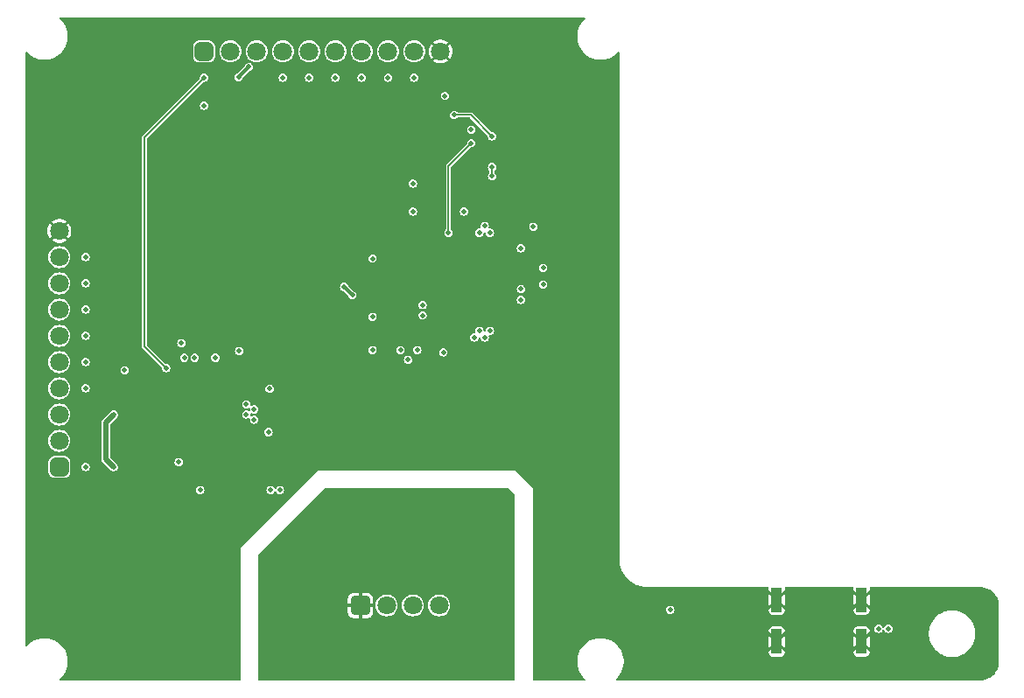
<source format=gbr>
%TF.GenerationSoftware,KiCad,Pcbnew,8.0.2*%
%TF.CreationDate,2024-05-14T20:52:19+07:00*%
%TF.ProjectId,HW.ACIM-DBG,48572e41-4349-44d2-9d44-42472e6b6963,0.0*%
%TF.SameCoordinates,Original*%
%TF.FileFunction,Copper,L2,Inr*%
%TF.FilePolarity,Positive*%
%FSLAX46Y46*%
G04 Gerber Fmt 4.6, Leading zero omitted, Abs format (unit mm)*
G04 Created by KiCad (PCBNEW 8.0.2) date 2024-05-14 20:52:19*
%MOMM*%
%LPD*%
G01*
G04 APERTURE LIST*
G04 Aperture macros list*
%AMRoundRect*
0 Rectangle with rounded corners*
0 $1 Rounding radius*
0 $2 $3 $4 $5 $6 $7 $8 $9 X,Y pos of 4 corners*
0 Add a 4 corners polygon primitive as box body*
4,1,4,$2,$3,$4,$5,$6,$7,$8,$9,$2,$3,0*
0 Add four circle primitives for the rounded corners*
1,1,$1+$1,$2,$3*
1,1,$1+$1,$4,$5*
1,1,$1+$1,$6,$7*
1,1,$1+$1,$8,$9*
0 Add four rect primitives between the rounded corners*
20,1,$1+$1,$2,$3,$4,$5,0*
20,1,$1+$1,$4,$5,$6,$7,0*
20,1,$1+$1,$6,$7,$8,$9,0*
20,1,$1+$1,$8,$9,$2,$3,0*%
G04 Aperture macros list end*
%TA.AperFunction,ComponentPad*%
%ADD10RoundRect,0.450000X-0.450000X-0.450000X0.450000X-0.450000X0.450000X0.450000X-0.450000X0.450000X0*%
%TD*%
%TA.AperFunction,ComponentPad*%
%ADD11C,1.800000*%
%TD*%
%TA.AperFunction,ComponentPad*%
%ADD12RoundRect,0.450000X0.450000X-0.450000X0.450000X0.450000X-0.450000X0.450000X-0.450000X-0.450000X0*%
%TD*%
%TA.AperFunction,ComponentPad*%
%ADD13RoundRect,0.220000X-0.330000X0.980000X-0.330000X-0.980000X0.330000X-0.980000X0.330000X0.980000X0*%
%TD*%
%TA.AperFunction,ComponentPad*%
%ADD14RoundRect,0.250000X0.650000X-0.650000X0.650000X0.650000X-0.650000X0.650000X-0.650000X-0.650000X0*%
%TD*%
%TA.AperFunction,ViaPad*%
%ADD15C,0.480000*%
%TD*%
%TA.AperFunction,Conductor*%
%ADD16C,0.160000*%
%TD*%
%TA.AperFunction,Conductor*%
%ADD17C,0.500000*%
%TD*%
%TA.AperFunction,Conductor*%
%ADD18C,0.320000*%
%TD*%
G04 APERTURE END LIST*
D10*
%TO.N,/USB HUB/INV_VBUS*%
%TO.C,J1*%
X127432700Y-38950000D03*
D11*
%TO.N,/USB HUB/USB7_N*%
X129972700Y-38950000D03*
%TO.N,/USB HUB/USB7_P*%
X132512700Y-38950000D03*
%TO.N,/USB HUB/INV_TXD1*%
X135052700Y-38950000D03*
%TO.N,/USB HUB/INV_RXD1*%
X137592700Y-38950000D03*
%TO.N,/USB HUB/INV_TXD2*%
X140132700Y-38950000D03*
%TO.N,/USB HUB/INV_RXD2*%
X142672700Y-38950000D03*
%TO.N,/USB HUB/INV_RTS2*%
X145212700Y-38950000D03*
%TO.N,/USB HUB/INV_CTS2*%
X147752700Y-38950000D03*
%TO.N,GND*%
X150292700Y-38950000D03*
%TD*%
D12*
%TO.N,/USB HUB/PSU_VBUS*%
%TO.C,J3*%
X113425000Y-79180200D03*
D11*
%TO.N,/USB HUB/USB5_N*%
X113425000Y-76640200D03*
%TO.N,/USB HUB/USB5_P*%
X113425000Y-74100200D03*
%TO.N,/USB HUB/PSU_TXD1*%
X113425000Y-71560200D03*
%TO.N,/USB HUB/PSU_RXD1*%
X113425000Y-69020200D03*
%TO.N,/USB HUB/PSU_TXD2*%
X113425000Y-66480200D03*
%TO.N,/USB HUB/PSU_RXD2*%
X113425000Y-63940200D03*
%TO.N,/USB HUB/PSU_RTS2*%
X113425000Y-61400200D03*
%TO.N,/USB HUB/PSU_CTS2*%
X113425000Y-58860200D03*
%TO.N,GND*%
X113425000Y-56320200D03*
%TD*%
D13*
%TO.N,GND*%
%TO.C,J2*%
X182825100Y-96075100D03*
X182825100Y-92025100D03*
X191025100Y-92025100D03*
X191025100Y-96075100D03*
%TD*%
D14*
%TO.N,GND_ISO*%
%TO.C,J4*%
X142552700Y-92575000D03*
D11*
%TO.N,/USB HUB/USB1_P*%
X145092700Y-92575000D03*
%TO.N,/USB HUB/USB1_N*%
X147632700Y-92575000D03*
%TO.N,Net-(F1-Pad1)*%
X150172700Y-92575000D03*
%TD*%
D15*
%TO.N,GND*%
X123067000Y-82450200D03*
X120562700Y-41150000D03*
X131762700Y-78700000D03*
X110562700Y-94450000D03*
X153574385Y-79150000D03*
X134762700Y-64550000D03*
X115562700Y-39450000D03*
X131574385Y-85150000D03*
X186087500Y-99412500D03*
X143725000Y-66250000D03*
X176087500Y-99412500D03*
X155325000Y-59250000D03*
X133574385Y-83150000D03*
X160562700Y-41150000D03*
X151325000Y-61250000D03*
X129574385Y-93150000D03*
X159774385Y-90850000D03*
X142162700Y-75150000D03*
X186887500Y-92912500D03*
X160562700Y-36150000D03*
X156075000Y-51750000D03*
X125562700Y-56150000D03*
X110562700Y-69450000D03*
X110562700Y-84450000D03*
X150562700Y-36150000D03*
X135562700Y-46150000D03*
X115562700Y-54450000D03*
X199787500Y-91212500D03*
X121375000Y-75700200D03*
X155325000Y-61250000D03*
X146425000Y-62550000D03*
X157562700Y-75650000D03*
X110562700Y-59450000D03*
X146425000Y-59000000D03*
X129217000Y-66450200D03*
X125562700Y-46150000D03*
X146525000Y-46100000D03*
X140562700Y-36150000D03*
X135562700Y-36150000D03*
X155562700Y-36150000D03*
X203862700Y-92750000D03*
X162162700Y-70150000D03*
X125062700Y-95450000D03*
X126017000Y-66450200D03*
X126067000Y-82650200D03*
X120562700Y-61150000D03*
X163602700Y-95350000D03*
X120562700Y-65650000D03*
X120562700Y-56150000D03*
X126067000Y-74050200D03*
X115562700Y-44450000D03*
X130425000Y-46600000D03*
X139862700Y-62750000D03*
X156875000Y-54500000D03*
X141425000Y-41500000D03*
X123067000Y-86450200D03*
X128967000Y-74050200D03*
X130162700Y-78700000D03*
X121375000Y-72500200D03*
X130562700Y-36150000D03*
X167162700Y-50150000D03*
X162162700Y-55150000D03*
X155325000Y-63250000D03*
X130425000Y-62600000D03*
X120562700Y-51150000D03*
X161502700Y-96850000D03*
X133962700Y-66650000D03*
X194087500Y-98412500D03*
X195787500Y-99412500D03*
X110562700Y-74450000D03*
X146025000Y-54450000D03*
X135562700Y-71150000D03*
X167162700Y-70150000D03*
X159774385Y-86550000D03*
X153275000Y-59250000D03*
X145562700Y-36150000D03*
X125562700Y-61750000D03*
X127517000Y-72600200D03*
X124012700Y-94550000D03*
X132562700Y-64350000D03*
X115562700Y-36150000D03*
X140562700Y-56150000D03*
X203887500Y-95312500D03*
X121962700Y-99450000D03*
X128562700Y-78700000D03*
X151325000Y-63250000D03*
X164174385Y-92550000D03*
X159774385Y-82950000D03*
X132425000Y-58600000D03*
X121375000Y-74100200D03*
X167162700Y-40150000D03*
X202362700Y-99350000D03*
X110562700Y-89450000D03*
X143925000Y-41500000D03*
X132425000Y-48600000D03*
X150725000Y-41150000D03*
X152162700Y-70150000D03*
X157962700Y-45150000D03*
X126962700Y-97825000D03*
X140562700Y-64550000D03*
X146025000Y-56050000D03*
X195787500Y-91212500D03*
X125562700Y-36150000D03*
X154475000Y-51750000D03*
X135562700Y-62750000D03*
X125067000Y-85650200D03*
X199787500Y-99412500D03*
X130425000Y-50600000D03*
X116962700Y-99450000D03*
X130425000Y-58600000D03*
X179275100Y-96580100D03*
X151325000Y-59300000D03*
X167162700Y-45150000D03*
X147975000Y-59000000D03*
X124067000Y-89450200D03*
X162162700Y-75175000D03*
X195787500Y-95312500D03*
X157574385Y-79150000D03*
X130312700Y-99450000D03*
X123067000Y-88450200D03*
X147162700Y-75150000D03*
X157562700Y-76550000D03*
X135562700Y-56150000D03*
X128967000Y-71150200D03*
X129574385Y-90150000D03*
X193287500Y-99412500D03*
X146425000Y-66250000D03*
X126067000Y-72600200D03*
X162174385Y-84350000D03*
X175624385Y-91077911D03*
X130425000Y-64600000D03*
X132425000Y-44600000D03*
X116962700Y-94450000D03*
X127617000Y-66450200D03*
X130817000Y-68850200D03*
X159802700Y-95350000D03*
X123067000Y-84450200D03*
X140562700Y-46150000D03*
X110562700Y-64450000D03*
X167162700Y-85150000D03*
X129574385Y-87150000D03*
X128967000Y-72600200D03*
X146525000Y-41500000D03*
X125062700Y-93825000D03*
X157562700Y-77450000D03*
X127517000Y-71150200D03*
X151625000Y-50300000D03*
X116962700Y-89450000D03*
X167162700Y-90150000D03*
X135562700Y-76150000D03*
X125067000Y-89450200D03*
X132425000Y-52600000D03*
X162162700Y-65150000D03*
X202362700Y-91250000D03*
X194087500Y-96612500D03*
X115562700Y-49450000D03*
X126067000Y-71150200D03*
X140562700Y-51150000D03*
X146425000Y-57400000D03*
X122817000Y-66450200D03*
X203862700Y-97950000D03*
X130425000Y-42700000D03*
X153325000Y-63250000D03*
X132462700Y-41450000D03*
X167162700Y-65150000D03*
X153325000Y-49125000D03*
X132425000Y-61600000D03*
X148575000Y-62500000D03*
X125562700Y-51150000D03*
X157162700Y-70150000D03*
X128067000Y-88600200D03*
X110562700Y-79450000D03*
X180875100Y-96580100D03*
X116962700Y-84450000D03*
X118675000Y-75700200D03*
X167162700Y-60150000D03*
X161087500Y-99412500D03*
X110562700Y-44450000D03*
X110562700Y-54450000D03*
X125562700Y-41150000D03*
X130425000Y-54600000D03*
X142162700Y-70150000D03*
X139574385Y-79150000D03*
X163212700Y-75900000D03*
X124962700Y-80425000D03*
X167162700Y-80150000D03*
X110562700Y-49450000D03*
X149574385Y-79150000D03*
X135562700Y-51150000D03*
X126962700Y-99450000D03*
X137562700Y-64550000D03*
X125967000Y-78700200D03*
X120562700Y-36150000D03*
X132425000Y-55600000D03*
X125067000Y-83650200D03*
X155562700Y-41150000D03*
X167162700Y-75150000D03*
X125067000Y-87650200D03*
X130817000Y-66450200D03*
X181087500Y-99412500D03*
X121375000Y-70900200D03*
X171256350Y-99243650D03*
X167162700Y-55150000D03*
X143574385Y-79150000D03*
X157975000Y-50150000D03*
X153325000Y-61250000D03*
X120562700Y-46150000D03*
X123362700Y-78700000D03*
X161112700Y-75900000D03*
X115562700Y-74450000D03*
X170924385Y-92277911D03*
X127517000Y-74050200D03*
X174174385Y-94850000D03*
%TO.N,+3V3*%
X150725000Y-43250000D03*
X143725000Y-59000000D03*
X134767000Y-81400200D03*
X148050000Y-67850000D03*
X118675000Y-79180200D03*
X143725000Y-64650000D03*
X127067000Y-81400200D03*
X155275000Y-50150000D03*
X147150000Y-68800000D03*
X118675000Y-74100200D03*
X133867000Y-81400200D03*
X146425000Y-67850000D03*
X147625000Y-51750000D03*
X127432700Y-44200000D03*
X155275000Y-51025000D03*
%TO.N,Net-(C26-Pad2)*%
X125225000Y-67175200D03*
X119750000Y-69800200D03*
%TO.N,Net-(C28-Pad2)*%
X124962700Y-78700000D03*
X130817000Y-67950200D03*
X133667000Y-75800200D03*
X133767000Y-71600200D03*
%TO.N,Net-(U5-VREGOUT)*%
X160225000Y-61500000D03*
X159275000Y-55925000D03*
X147625000Y-54450000D03*
%TO.N,Net-(C48-Pad2)*%
X152575000Y-54450000D03*
X160225000Y-59900000D03*
X150575000Y-68075000D03*
%TO.N,/USB HUB/USB7_P*%
X130762700Y-41450000D03*
X131762700Y-40450000D03*
%TO.N,Net-(U5-ADBUS0{slash}TXD)*%
X115975000Y-69020200D03*
X148575000Y-63500000D03*
%TO.N,Net-(U5-ADBUS1{slash}RXD)*%
X148575000Y-64500000D03*
X115975000Y-71560200D03*
%TO.N,Net-(U5-BDBUS0{slash}TXD)*%
X153575000Y-66650000D03*
X115975000Y-63940200D03*
%TO.N,Net-(U5-BDBUS1{slash}RXD)*%
X154075000Y-66000000D03*
X115975000Y-66480200D03*
%TO.N,Net-(U5-BDBUS2{slash}~{RTS})*%
X115975000Y-58860200D03*
X154575000Y-66650000D03*
%TO.N,Net-(U5-BDBUS3{slash}~{CTS})*%
X155075000Y-66000000D03*
X115975000Y-61400200D03*
%TO.N,Net-(U5-CDBUS0{slash}TXD)*%
X158075000Y-63000000D03*
X137592700Y-41500000D03*
%TO.N,Net-(U5-CDBUS1{slash}RXD)*%
X158075000Y-61950000D03*
X135052700Y-41500000D03*
%TO.N,Net-(U5-DDBUS0{slash}TXD)*%
X158075000Y-58000000D03*
X142672700Y-41500000D03*
%TO.N,Net-(U5-DDBUS1{slash}RXD)*%
X140132700Y-41500000D03*
X155075000Y-56500000D03*
%TO.N,Net-(U5-DDBUS2{slash}~{RTS})*%
X154575000Y-55850000D03*
X147752700Y-41500000D03*
%TO.N,Net-(U5-DDBUS3{slash}~{CTS})*%
X145225000Y-41500000D03*
X154075000Y-56500000D03*
%TO.N,/VCP/EECS*%
X155275000Y-47175000D03*
X151625000Y-45100000D03*
%TO.N,/VCP/EECLK*%
X153275000Y-46525000D03*
%TO.N,/VCP/~{PWREN}*%
X151075000Y-56500000D03*
X153275000Y-47825000D03*
%TO.N,/USB HUB/USB4_N*%
X140975000Y-61750000D03*
X141775000Y-62550000D03*
%TO.N,/USB HUB/USB3_P*%
X131517000Y-73100200D03*
X193625100Y-94830100D03*
%TO.N,/USB HUB/USB3_N*%
X132267000Y-73600200D03*
X192675100Y-94830100D03*
%TO.N,/USB HUB/USB5_N*%
X132267000Y-74600200D03*
%TO.N,/USB HUB/USB5_P*%
X131517000Y-74100200D03*
%TO.N,Net-(U2-PRTPWR1{slash}BC_EN1)*%
X128517000Y-68600200D03*
X115975000Y-79180200D03*
%TO.N,Net-(U2-PRTPWR2{slash}BC_EN2)*%
X172524385Y-93002911D03*
X126517000Y-68600200D03*
%TO.N,Net-(U2-PRTPWR3{slash}BC_EN3)*%
X143725000Y-67850000D03*
X125517000Y-68600200D03*
%TO.N,Net-(U2-PRTPWR4{slash}BC_EN4)*%
X123767000Y-69600200D03*
X127432700Y-41500000D03*
%TD*%
D16*
%TO.N,GND*%
X124417000Y-66450200D02*
X124417000Y-69850200D01*
X125062700Y-95450000D02*
X125062700Y-93825000D01*
X126962700Y-97825000D02*
X125062700Y-95925000D01*
X147125000Y-57150000D02*
X152325000Y-57150000D01*
X124417000Y-69850200D02*
X123367000Y-70900200D01*
X129767000Y-66450200D02*
X130817000Y-66450200D01*
X157462700Y-77550000D02*
X152362700Y-77550000D01*
X152325000Y-57150000D02*
X154475000Y-55000000D01*
X121375000Y-75700200D02*
X121375000Y-74600200D01*
X125062700Y-95925000D02*
X125062700Y-95450000D01*
X121375000Y-75700200D02*
X118675000Y-75700200D01*
X128562700Y-78700000D02*
X127912700Y-79350000D01*
X123362700Y-77687900D02*
X121375000Y-75700200D01*
X121375000Y-74600200D02*
X121375000Y-70900200D01*
X123362700Y-78700000D02*
X123362700Y-77687900D01*
X123367000Y-70900200D02*
X121375000Y-70900200D01*
X157562700Y-75650000D02*
X157562700Y-77450000D01*
X131762700Y-78700000D02*
X128562700Y-78700000D01*
X146425000Y-66250000D02*
X146425000Y-62550000D01*
X122817000Y-66450200D02*
X124417000Y-66450200D01*
X148862700Y-74050000D02*
X148862700Y-67150000D01*
X124012700Y-79350000D02*
X123362700Y-78700000D01*
X154475000Y-51750000D02*
X156075000Y-51750000D01*
X154475000Y-55000000D02*
X154475000Y-51750000D01*
X157562700Y-77450000D02*
X157462700Y-77550000D01*
X146025000Y-56050000D02*
X147125000Y-57150000D01*
X126017000Y-66450200D02*
X129767000Y-66450200D01*
X147962700Y-66250000D02*
X146425000Y-66250000D01*
X157562700Y-75650000D02*
X157812700Y-75900000D01*
X157812700Y-75900000D02*
X163212700Y-75900000D01*
X148862700Y-67150000D02*
X147962700Y-66250000D01*
X152362700Y-77550000D02*
X148862700Y-74050000D01*
X127912700Y-79350000D02*
X124012700Y-79350000D01*
X121375000Y-74600200D02*
X121375000Y-74100200D01*
X129767000Y-66450200D02*
X122817000Y-66450200D01*
X146025000Y-54450000D02*
X146025000Y-56050000D01*
D17*
%TO.N,+3V3*%
X117917000Y-74858200D02*
X117917000Y-78422200D01*
D16*
X155275000Y-50150000D02*
X155275000Y-51025000D01*
D17*
X117917000Y-78422200D02*
X118675000Y-79180200D01*
X118675000Y-74100200D02*
X117917000Y-74858200D01*
D18*
%TO.N,/USB HUB/USB7_P*%
X131762700Y-40450000D02*
X130762700Y-41450000D01*
D16*
%TO.N,/VCP/EECS*%
X153200000Y-45100000D02*
X151625000Y-45100000D01*
X155275000Y-47175000D02*
X153200000Y-45100000D01*
%TO.N,/VCP/~{PWREN}*%
X151075000Y-50025000D02*
X153275000Y-47825000D01*
X151075000Y-56500000D02*
X151075000Y-50025000D01*
D18*
%TO.N,/USB HUB/USB4_N*%
X140975000Y-61750000D02*
X141775000Y-62550000D01*
D16*
%TO.N,Net-(U2-PRTPWR4{slash}BC_EN4)*%
X121682700Y-67515900D02*
X123767000Y-69600200D01*
X121682700Y-47250000D02*
X121682700Y-67515900D01*
X127432700Y-41500000D02*
X121682700Y-47250000D01*
%TD*%
%TA.AperFunction,Conductor*%
%TO.N,GND_ISO*%
G36*
X156855758Y-81218482D02*
G01*
X156860839Y-81223139D01*
X157464561Y-81826861D01*
X157487399Y-81875837D01*
X157487700Y-81882722D01*
X157487700Y-99770500D01*
X157469218Y-99821280D01*
X157422418Y-99848300D01*
X157408700Y-99849500D01*
X132766700Y-99849500D01*
X132715920Y-99831018D01*
X132688900Y-99784218D01*
X132687700Y-99770500D01*
X132687700Y-91887633D01*
X141332700Y-91887633D01*
X141332700Y-92415000D01*
X142077934Y-92415000D01*
X142052700Y-92509174D01*
X142052700Y-92640826D01*
X142077934Y-92735000D01*
X141332701Y-92735000D01*
X141332701Y-93262365D01*
X141332700Y-93262365D01*
X141347370Y-93373796D01*
X141347373Y-93373806D01*
X141404803Y-93512455D01*
X141404806Y-93512459D01*
X141496170Y-93631529D01*
X141615240Y-93722893D01*
X141615244Y-93722896D01*
X141753893Y-93780326D01*
X141753902Y-93780329D01*
X141865334Y-93794999D01*
X142392700Y-93794999D01*
X142392700Y-93049765D01*
X142486874Y-93075000D01*
X142618526Y-93075000D01*
X142712700Y-93049765D01*
X142712700Y-93794999D01*
X143240065Y-93794999D01*
X143351496Y-93780329D01*
X143351506Y-93780326D01*
X143490155Y-93722896D01*
X143490159Y-93722893D01*
X143609229Y-93631529D01*
X143700593Y-93512459D01*
X143700596Y-93512455D01*
X143758026Y-93373806D01*
X143758029Y-93373797D01*
X143772700Y-93262366D01*
X143772700Y-92735000D01*
X143027466Y-92735000D01*
X143052700Y-92640826D01*
X143052700Y-92575000D01*
X144027069Y-92575000D01*
X144047545Y-92782898D01*
X144108181Y-92982790D01*
X144108184Y-92982796D01*
X144108185Y-92982799D01*
X144108186Y-92982800D01*
X144206660Y-93167034D01*
X144339184Y-93328515D01*
X144500665Y-93461039D01*
X144500667Y-93461040D01*
X144684901Y-93559515D01*
X144684906Y-93559516D01*
X144684909Y-93559518D01*
X144884801Y-93620154D01*
X144884803Y-93620154D01*
X144884806Y-93620155D01*
X145092700Y-93640631D01*
X145300594Y-93620155D01*
X145300596Y-93620154D01*
X145300598Y-93620154D01*
X145500490Y-93559518D01*
X145500491Y-93559517D01*
X145500499Y-93559515D01*
X145684733Y-93461040D01*
X145846215Y-93328515D01*
X145978740Y-93167033D01*
X146077215Y-92982799D01*
X146137855Y-92782894D01*
X146158331Y-92575000D01*
X146567069Y-92575000D01*
X146587545Y-92782898D01*
X146648181Y-92982790D01*
X146648184Y-92982796D01*
X146648185Y-92982799D01*
X146648186Y-92982800D01*
X146746660Y-93167034D01*
X146879184Y-93328515D01*
X147040665Y-93461039D01*
X147040667Y-93461040D01*
X147224901Y-93559515D01*
X147224906Y-93559516D01*
X147224909Y-93559518D01*
X147424801Y-93620154D01*
X147424803Y-93620154D01*
X147424806Y-93620155D01*
X147632700Y-93640631D01*
X147840594Y-93620155D01*
X147840596Y-93620154D01*
X147840598Y-93620154D01*
X148040490Y-93559518D01*
X148040491Y-93559517D01*
X148040499Y-93559515D01*
X148224733Y-93461040D01*
X148386215Y-93328515D01*
X148518740Y-93167033D01*
X148617215Y-92982799D01*
X148677855Y-92782894D01*
X148698331Y-92575000D01*
X149107069Y-92575000D01*
X149127545Y-92782898D01*
X149188181Y-92982790D01*
X149188184Y-92982796D01*
X149188185Y-92982799D01*
X149188186Y-92982800D01*
X149286660Y-93167034D01*
X149419184Y-93328515D01*
X149580665Y-93461039D01*
X149580667Y-93461040D01*
X149764901Y-93559515D01*
X149764906Y-93559516D01*
X149764909Y-93559518D01*
X149964801Y-93620154D01*
X149964803Y-93620154D01*
X149964806Y-93620155D01*
X150172700Y-93640631D01*
X150380594Y-93620155D01*
X150380596Y-93620154D01*
X150380598Y-93620154D01*
X150580490Y-93559518D01*
X150580491Y-93559517D01*
X150580499Y-93559515D01*
X150764733Y-93461040D01*
X150926215Y-93328515D01*
X151058740Y-93167033D01*
X151157215Y-92982799D01*
X151217855Y-92782894D01*
X151238331Y-92575000D01*
X151217855Y-92367106D01*
X151217854Y-92367103D01*
X151217854Y-92367101D01*
X151157218Y-92167209D01*
X151157216Y-92167206D01*
X151157215Y-92167201D01*
X151058740Y-91982967D01*
X151058739Y-91982965D01*
X150926215Y-91821484D01*
X150764734Y-91688960D01*
X150666259Y-91636324D01*
X150580499Y-91590485D01*
X150580496Y-91590484D01*
X150580490Y-91590481D01*
X150380598Y-91529845D01*
X150172700Y-91509369D01*
X149964801Y-91529845D01*
X149764909Y-91590481D01*
X149764899Y-91590486D01*
X149580665Y-91688960D01*
X149419184Y-91821484D01*
X149286660Y-91982965D01*
X149188186Y-92167199D01*
X149188181Y-92167209D01*
X149127545Y-92367101D01*
X149107069Y-92575000D01*
X148698331Y-92575000D01*
X148677855Y-92367106D01*
X148677854Y-92367103D01*
X148677854Y-92367101D01*
X148617218Y-92167209D01*
X148617216Y-92167206D01*
X148617215Y-92167201D01*
X148518740Y-91982967D01*
X148518739Y-91982965D01*
X148386215Y-91821484D01*
X148224734Y-91688960D01*
X148126259Y-91636324D01*
X148040499Y-91590485D01*
X148040496Y-91590484D01*
X148040490Y-91590481D01*
X147840598Y-91529845D01*
X147632700Y-91509369D01*
X147424801Y-91529845D01*
X147224909Y-91590481D01*
X147224899Y-91590486D01*
X147040665Y-91688960D01*
X146879184Y-91821484D01*
X146746660Y-91982965D01*
X146648186Y-92167199D01*
X146648181Y-92167209D01*
X146587545Y-92367101D01*
X146567069Y-92575000D01*
X146158331Y-92575000D01*
X146137855Y-92367106D01*
X146137854Y-92367103D01*
X146137854Y-92367101D01*
X146077218Y-92167209D01*
X146077216Y-92167206D01*
X146077215Y-92167201D01*
X145978740Y-91982967D01*
X145978739Y-91982965D01*
X145846215Y-91821484D01*
X145684734Y-91688960D01*
X145586259Y-91636324D01*
X145500499Y-91590485D01*
X145500496Y-91590484D01*
X145500490Y-91590481D01*
X145300598Y-91529845D01*
X145092700Y-91509369D01*
X144884801Y-91529845D01*
X144684909Y-91590481D01*
X144684899Y-91590486D01*
X144500665Y-91688960D01*
X144339184Y-91821484D01*
X144206660Y-91982965D01*
X144108186Y-92167199D01*
X144108181Y-92167209D01*
X144047545Y-92367101D01*
X144027069Y-92575000D01*
X143052700Y-92575000D01*
X143052700Y-92509174D01*
X143027466Y-92415000D01*
X143772699Y-92415000D01*
X143772699Y-91887634D01*
X143758029Y-91776203D01*
X143758026Y-91776193D01*
X143700596Y-91637544D01*
X143700593Y-91637540D01*
X143609229Y-91518470D01*
X143490159Y-91427106D01*
X143490155Y-91427103D01*
X143351506Y-91369673D01*
X143351497Y-91369670D01*
X143240066Y-91355000D01*
X142712700Y-91355000D01*
X142712700Y-92100234D01*
X142618526Y-92075000D01*
X142486874Y-92075000D01*
X142392700Y-92100234D01*
X142392700Y-91355000D01*
X141865334Y-91355000D01*
X141753903Y-91369670D01*
X141753893Y-91369673D01*
X141615244Y-91427103D01*
X141615240Y-91427106D01*
X141496170Y-91518470D01*
X141404806Y-91637540D01*
X141404803Y-91637544D01*
X141347373Y-91776193D01*
X141347370Y-91776202D01*
X141332700Y-91887633D01*
X132687700Y-91887633D01*
X132687700Y-87632722D01*
X132706182Y-87581942D01*
X132710839Y-87576861D01*
X139064561Y-81223139D01*
X139113537Y-81200301D01*
X139120422Y-81200000D01*
X156804978Y-81200000D01*
X156855758Y-81218482D01*
G37*
%TD.AperFunction*%
%TD*%
%TA.AperFunction,Conductor*%
%TO.N,GND*%
G36*
X164260996Y-35669407D02*
G01*
X164296960Y-35718907D01*
X164296960Y-35780093D01*
X164272810Y-35819501D01*
X164128497Y-35963815D01*
X164079348Y-36012964D01*
X163899764Y-36247002D01*
X163752253Y-36502500D01*
X163639361Y-36775046D01*
X163603580Y-36908584D01*
X163563007Y-37060007D01*
X163563006Y-37060011D01*
X163563006Y-37060013D01*
X163524500Y-37352493D01*
X163524500Y-37647506D01*
X163558379Y-37904844D01*
X163563007Y-37939993D01*
X163596224Y-38063960D01*
X163639361Y-38224953D01*
X163752253Y-38497499D01*
X163752255Y-38497503D01*
X163752257Y-38497507D01*
X163893476Y-38742106D01*
X163899764Y-38752997D01*
X164079348Y-38987035D01*
X164079350Y-38987037D01*
X164079354Y-38987042D01*
X164287958Y-39195646D01*
X164287962Y-39195649D01*
X164287964Y-39195651D01*
X164367925Y-39257007D01*
X164522006Y-39375238D01*
X164777493Y-39522743D01*
X164777499Y-39522745D01*
X164777500Y-39522746D01*
X164862592Y-39557992D01*
X165050048Y-39635639D01*
X165335007Y-39711993D01*
X165627494Y-39750500D01*
X165627495Y-39750500D01*
X165922505Y-39750500D01*
X165922506Y-39750500D01*
X166214993Y-39711993D01*
X166499952Y-39635639D01*
X166772507Y-39522743D01*
X167027994Y-39375238D01*
X167262042Y-39195646D01*
X167455498Y-39002189D01*
X167510013Y-38974414D01*
X167570445Y-38983985D01*
X167613710Y-39027250D01*
X167624500Y-39072195D01*
X167624500Y-88273865D01*
X167657831Y-88569671D01*
X167657832Y-88569677D01*
X167724076Y-88859912D01*
X167822398Y-89140899D01*
X167822399Y-89140902D01*
X167951557Y-89409102D01*
X167951561Y-89409109D01*
X167951565Y-89409117D01*
X168109950Y-89661185D01*
X168295562Y-89893934D01*
X168506066Y-90104438D01*
X168738815Y-90290050D01*
X168990883Y-90448435D01*
X168990894Y-90448440D01*
X168990897Y-90448442D01*
X169014794Y-90459950D01*
X169259099Y-90577601D01*
X169390270Y-90623499D01*
X169540087Y-90675923D01*
X169540090Y-90675923D01*
X169540091Y-90675924D01*
X169830325Y-90742168D01*
X169910096Y-90751156D01*
X170126134Y-90775499D01*
X170126150Y-90775499D01*
X170126151Y-90775500D01*
X170222273Y-90775500D01*
X181951441Y-90775500D01*
X182009632Y-90794407D01*
X182045596Y-90843907D01*
X182045596Y-90905093D01*
X182044199Y-90909097D01*
X182031119Y-90944165D01*
X182031117Y-90944172D01*
X182025100Y-91000148D01*
X182025100Y-91048322D01*
X182575100Y-91598322D01*
X182575100Y-91951878D01*
X182025100Y-91401878D01*
X182025100Y-92648321D01*
X182575100Y-92098320D01*
X182575100Y-92451875D01*
X182025100Y-93001874D01*
X182025100Y-93050047D01*
X182025101Y-93050055D01*
X182031117Y-93106030D01*
X182031118Y-93106032D01*
X182078348Y-93232662D01*
X182159340Y-93340855D01*
X182159344Y-93340859D01*
X182267537Y-93421851D01*
X182394164Y-93469080D01*
X182394172Y-93469082D01*
X182450148Y-93475099D01*
X183200048Y-93475099D01*
X183200054Y-93475098D01*
X183256030Y-93469082D01*
X183256032Y-93469081D01*
X183382662Y-93421851D01*
X183490855Y-93340859D01*
X183490859Y-93340855D01*
X183571851Y-93232662D01*
X183619080Y-93106035D01*
X183619082Y-93106027D01*
X183625099Y-93050051D01*
X183625099Y-93001877D01*
X183075100Y-92451878D01*
X183075100Y-92098322D01*
X183625099Y-92648321D01*
X183625099Y-91401878D01*
X183075100Y-91951876D01*
X183075100Y-91598320D01*
X183625099Y-91048322D01*
X183625099Y-91000151D01*
X183625098Y-91000145D01*
X183619082Y-90944169D01*
X183619081Y-90944167D01*
X183606001Y-90909097D01*
X183603381Y-90847968D01*
X183637191Y-90796973D01*
X183694519Y-90775591D01*
X183698759Y-90775500D01*
X190151441Y-90775500D01*
X190209632Y-90794407D01*
X190245596Y-90843907D01*
X190245596Y-90905093D01*
X190244199Y-90909097D01*
X190231119Y-90944165D01*
X190231117Y-90944172D01*
X190225100Y-91000148D01*
X190225100Y-91048322D01*
X190775100Y-91598322D01*
X190775100Y-91951878D01*
X190225100Y-91401878D01*
X190225100Y-92648321D01*
X190775100Y-92098320D01*
X190775100Y-92451875D01*
X190225100Y-93001874D01*
X190225100Y-93050047D01*
X190225101Y-93050055D01*
X190231117Y-93106030D01*
X190231118Y-93106032D01*
X190278348Y-93232662D01*
X190359340Y-93340855D01*
X190359344Y-93340859D01*
X190467537Y-93421851D01*
X190594164Y-93469080D01*
X190594172Y-93469082D01*
X190650148Y-93475099D01*
X191400048Y-93475099D01*
X191400054Y-93475098D01*
X191456030Y-93469082D01*
X191456032Y-93469081D01*
X191582662Y-93421851D01*
X191690855Y-93340859D01*
X191690859Y-93340855D01*
X191771851Y-93232662D01*
X191819080Y-93106035D01*
X191819082Y-93106027D01*
X191825099Y-93050051D01*
X191825099Y-93001877D01*
X191275100Y-92451878D01*
X191275100Y-92098322D01*
X191825099Y-92648321D01*
X191825099Y-91401878D01*
X191275100Y-91951876D01*
X191275100Y-91598320D01*
X191825099Y-91048322D01*
X191825099Y-91000151D01*
X191825098Y-91000145D01*
X191819082Y-90944169D01*
X191819081Y-90944167D01*
X191806001Y-90909097D01*
X191803381Y-90847968D01*
X191837191Y-90796973D01*
X191894519Y-90775591D01*
X191898759Y-90775500D01*
X202417417Y-90775500D01*
X202471759Y-90775500D01*
X202478234Y-90775712D01*
X202709938Y-90790898D01*
X202722763Y-90792587D01*
X202947327Y-90837255D01*
X202959827Y-90840604D01*
X202969556Y-90843907D01*
X203176630Y-90914200D01*
X203188593Y-90919156D01*
X203393929Y-91020416D01*
X203405145Y-91026891D01*
X203595510Y-91154089D01*
X203605783Y-91161972D01*
X203777915Y-91312927D01*
X203787072Y-91322084D01*
X203938027Y-91494216D01*
X203945910Y-91504489D01*
X204073108Y-91694854D01*
X204079583Y-91706070D01*
X204180843Y-91911406D01*
X204185799Y-91923369D01*
X204259393Y-92140167D01*
X204262745Y-92152676D01*
X204307411Y-92377229D01*
X204309101Y-92390068D01*
X204324288Y-92621765D01*
X204324500Y-92628240D01*
X204324500Y-97996759D01*
X204324288Y-98003234D01*
X204309101Y-98234931D01*
X204307411Y-98247770D01*
X204262745Y-98472323D01*
X204259393Y-98484832D01*
X204185799Y-98701630D01*
X204180843Y-98713593D01*
X204079583Y-98918929D01*
X204073108Y-98930145D01*
X203945910Y-99120510D01*
X203938027Y-99130783D01*
X203787072Y-99302915D01*
X203777915Y-99312072D01*
X203605783Y-99463027D01*
X203595510Y-99470910D01*
X203405145Y-99598108D01*
X203393929Y-99604583D01*
X203188593Y-99705843D01*
X203176630Y-99710799D01*
X202959832Y-99784393D01*
X202947323Y-99787745D01*
X202722770Y-99832411D01*
X202709931Y-99834101D01*
X202478234Y-99849288D01*
X202471759Y-99849500D01*
X167347195Y-99849500D01*
X167289004Y-99830593D01*
X167253040Y-99781093D01*
X167253040Y-99719907D01*
X167277189Y-99680498D01*
X167470646Y-99487042D01*
X167650238Y-99252994D01*
X167797743Y-98997507D01*
X167910639Y-98724952D01*
X167986993Y-98439993D01*
X168025500Y-98147506D01*
X168025500Y-97852494D01*
X167986993Y-97560007D01*
X167910639Y-97275048D01*
X167797743Y-97002493D01*
X167650238Y-96747006D01*
X167650235Y-96747002D01*
X167470651Y-96512964D01*
X167470649Y-96512962D01*
X167470646Y-96512958D01*
X167262042Y-96304354D01*
X167262037Y-96304350D01*
X167262035Y-96304348D01*
X167027997Y-96124764D01*
X167027994Y-96124762D01*
X166772507Y-95977257D01*
X166772503Y-95977255D01*
X166772499Y-95977253D01*
X166499953Y-95864361D01*
X166433183Y-95846470D01*
X166214993Y-95788007D01*
X166214986Y-95788006D01*
X165922506Y-95749500D01*
X165627494Y-95749500D01*
X165627493Y-95749500D01*
X165335013Y-95788006D01*
X165335011Y-95788006D01*
X165335007Y-95788007D01*
X165183584Y-95828580D01*
X165050046Y-95864361D01*
X164777500Y-95977253D01*
X164522002Y-96124764D01*
X164287964Y-96304348D01*
X164079348Y-96512964D01*
X163899764Y-96747002D01*
X163752253Y-97002500D01*
X163639361Y-97275046D01*
X163623232Y-97335243D01*
X163563007Y-97560007D01*
X163524500Y-97852494D01*
X163524500Y-98147506D01*
X163563007Y-98439993D01*
X163621470Y-98658183D01*
X163639361Y-98724953D01*
X163752253Y-98997499D01*
X163752255Y-98997503D01*
X163752257Y-98997507D01*
X163762877Y-99015901D01*
X163899764Y-99252997D01*
X164079348Y-99487035D01*
X164079350Y-99487037D01*
X164079354Y-99487042D01*
X164272810Y-99680498D01*
X164300586Y-99735013D01*
X164291015Y-99795445D01*
X164247750Y-99838710D01*
X164202805Y-99849500D01*
X159336700Y-99849500D01*
X159278509Y-99830593D01*
X159242545Y-99781093D01*
X159237700Y-99750500D01*
X159237700Y-95050148D01*
X182025100Y-95050148D01*
X182025100Y-95098322D01*
X182575100Y-95648322D01*
X182575100Y-96001878D01*
X182025100Y-95451878D01*
X182025100Y-96698321D01*
X182575100Y-96148320D01*
X182575100Y-96501875D01*
X182025100Y-97051874D01*
X182025100Y-97100047D01*
X182025101Y-97100055D01*
X182031117Y-97156030D01*
X182031118Y-97156032D01*
X182078348Y-97282662D01*
X182159340Y-97390855D01*
X182159344Y-97390859D01*
X182267537Y-97471851D01*
X182394164Y-97519080D01*
X182394172Y-97519082D01*
X182450148Y-97525099D01*
X183200048Y-97525099D01*
X183200054Y-97525098D01*
X183256030Y-97519082D01*
X183256032Y-97519081D01*
X183382662Y-97471851D01*
X183490855Y-97390859D01*
X183490859Y-97390855D01*
X183571851Y-97282662D01*
X183619080Y-97156035D01*
X183619082Y-97156027D01*
X183625099Y-97100051D01*
X183625099Y-97051877D01*
X183075100Y-96501878D01*
X183075100Y-96148322D01*
X183625099Y-96698321D01*
X183625099Y-95451878D01*
X183075100Y-96001876D01*
X183075100Y-95648320D01*
X183625099Y-95098322D01*
X183625099Y-95050151D01*
X183625098Y-95050148D01*
X190225100Y-95050148D01*
X190225100Y-95098322D01*
X190775100Y-95648322D01*
X190775100Y-96001878D01*
X190225100Y-95451878D01*
X190225100Y-96698321D01*
X190775100Y-96148320D01*
X190775100Y-96501875D01*
X190225100Y-97051874D01*
X190225100Y-97100047D01*
X190225101Y-97100055D01*
X190231117Y-97156030D01*
X190231118Y-97156032D01*
X190278348Y-97282662D01*
X190359340Y-97390855D01*
X190359344Y-97390859D01*
X190467537Y-97471851D01*
X190594164Y-97519080D01*
X190594172Y-97519082D01*
X190650148Y-97525099D01*
X191400048Y-97525099D01*
X191400054Y-97525098D01*
X191456030Y-97519082D01*
X191456032Y-97519081D01*
X191582662Y-97471851D01*
X191690855Y-97390859D01*
X191690859Y-97390855D01*
X191771851Y-97282662D01*
X191819080Y-97156035D01*
X191819082Y-97156027D01*
X191825099Y-97100051D01*
X191825099Y-97051877D01*
X191275100Y-96501878D01*
X191275100Y-96148322D01*
X191825099Y-96698321D01*
X191825099Y-95451878D01*
X191275100Y-96001876D01*
X191275100Y-95648320D01*
X191825099Y-95098322D01*
X191825099Y-95050151D01*
X191825098Y-95050145D01*
X191819082Y-94994169D01*
X191819081Y-94994167D01*
X191771851Y-94867537D01*
X191743826Y-94830100D01*
X192269608Y-94830100D01*
X192276325Y-94872513D01*
X192289454Y-94955403D01*
X192289455Y-94955407D01*
X192309206Y-94994169D01*
X192347050Y-95068442D01*
X192436758Y-95158150D01*
X192549796Y-95215746D01*
X192675100Y-95235592D01*
X192800404Y-95215746D01*
X192913442Y-95158150D01*
X193003150Y-95068442D01*
X193040997Y-94994164D01*
X193061891Y-94953158D01*
X193105155Y-94909893D01*
X193165587Y-94900322D01*
X193220104Y-94928100D01*
X193238309Y-94953158D01*
X193287730Y-95050151D01*
X193297050Y-95068442D01*
X193386758Y-95158150D01*
X193499796Y-95215746D01*
X193625100Y-95235592D01*
X193750404Y-95215746D01*
X193850010Y-95164994D01*
X197537000Y-95164994D01*
X197537000Y-95460006D01*
X197575507Y-95752493D01*
X197633970Y-95970683D01*
X197651861Y-96037453D01*
X197764753Y-96309999D01*
X197764755Y-96310003D01*
X197764757Y-96310007D01*
X197912262Y-96565494D01*
X197912264Y-96565497D01*
X198091848Y-96799535D01*
X198091850Y-96799537D01*
X198091854Y-96799542D01*
X198300458Y-97008146D01*
X198300462Y-97008149D01*
X198300464Y-97008151D01*
X198493183Y-97156030D01*
X198534506Y-97187738D01*
X198789993Y-97335243D01*
X199062548Y-97448139D01*
X199347507Y-97524493D01*
X199639994Y-97563000D01*
X199639995Y-97563000D01*
X199935005Y-97563000D01*
X199935006Y-97563000D01*
X200227493Y-97524493D01*
X200512452Y-97448139D01*
X200785007Y-97335243D01*
X201040494Y-97187738D01*
X201274542Y-97008146D01*
X201483146Y-96799542D01*
X201662738Y-96565494D01*
X201810243Y-96310007D01*
X201923139Y-96037452D01*
X201999493Y-95752493D01*
X202038000Y-95460006D01*
X202038000Y-95164994D01*
X201999493Y-94872507D01*
X201923139Y-94587548D01*
X201810243Y-94314993D01*
X201662738Y-94059506D01*
X201483146Y-93825458D01*
X201274542Y-93616854D01*
X201274537Y-93616850D01*
X201274535Y-93616848D01*
X201040497Y-93437264D01*
X201013801Y-93421851D01*
X200785007Y-93289757D01*
X200785003Y-93289755D01*
X200784999Y-93289753D01*
X200512453Y-93176861D01*
X200445683Y-93158970D01*
X200227493Y-93100507D01*
X200227486Y-93100506D01*
X199935006Y-93062000D01*
X199639994Y-93062000D01*
X199639993Y-93062000D01*
X199347513Y-93100506D01*
X199347511Y-93100506D01*
X199347507Y-93100507D01*
X199196084Y-93141080D01*
X199062546Y-93176861D01*
X198790000Y-93289753D01*
X198534502Y-93437264D01*
X198300464Y-93616848D01*
X198091848Y-93825464D01*
X197912264Y-94059502D01*
X197764753Y-94315000D01*
X197651861Y-94587546D01*
X197640186Y-94631119D01*
X197575507Y-94872507D01*
X197575506Y-94872511D01*
X197575506Y-94872513D01*
X197537901Y-95158150D01*
X197537000Y-95164994D01*
X193850010Y-95164994D01*
X193863442Y-95158150D01*
X193953150Y-95068442D01*
X194010746Y-94955404D01*
X194030592Y-94830100D01*
X194010746Y-94704796D01*
X193953150Y-94591758D01*
X193863442Y-94502050D01*
X193859506Y-94500044D01*
X193750407Y-94444455D01*
X193750404Y-94444454D01*
X193625100Y-94424608D01*
X193499796Y-94444454D01*
X193499792Y-94444455D01*
X193386759Y-94502049D01*
X193297049Y-94591759D01*
X193238309Y-94707042D01*
X193195044Y-94750306D01*
X193134612Y-94759877D01*
X193080096Y-94732099D01*
X193061891Y-94707042D01*
X193030110Y-94644670D01*
X193003150Y-94591758D01*
X192913442Y-94502050D01*
X192909506Y-94500044D01*
X192800407Y-94444455D01*
X192800404Y-94444454D01*
X192675100Y-94424608D01*
X192549796Y-94444454D01*
X192549792Y-94444455D01*
X192436759Y-94502049D01*
X192347049Y-94591759D01*
X192289455Y-94704792D01*
X192289454Y-94704796D01*
X192280815Y-94759344D01*
X192269608Y-94830100D01*
X191743826Y-94830100D01*
X191690859Y-94759344D01*
X191690855Y-94759340D01*
X191582662Y-94678348D01*
X191456035Y-94631119D01*
X191456027Y-94631117D01*
X191400051Y-94625100D01*
X190650151Y-94625100D01*
X190650145Y-94625101D01*
X190594169Y-94631117D01*
X190594167Y-94631118D01*
X190467537Y-94678348D01*
X190359344Y-94759340D01*
X190359340Y-94759344D01*
X190278348Y-94867537D01*
X190231119Y-94994164D01*
X190231117Y-94994172D01*
X190225100Y-95050148D01*
X183625098Y-95050148D01*
X183625098Y-95050145D01*
X183619082Y-94994169D01*
X183619081Y-94994167D01*
X183571851Y-94867537D01*
X183490859Y-94759344D01*
X183490855Y-94759340D01*
X183382662Y-94678348D01*
X183256035Y-94631119D01*
X183256027Y-94631117D01*
X183200051Y-94625100D01*
X182450151Y-94625100D01*
X182450145Y-94625101D01*
X182394169Y-94631117D01*
X182394167Y-94631118D01*
X182267537Y-94678348D01*
X182159344Y-94759340D01*
X182159340Y-94759344D01*
X182078348Y-94867537D01*
X182031119Y-94994164D01*
X182031117Y-94994172D01*
X182025100Y-95050148D01*
X159237700Y-95050148D01*
X159237700Y-93002910D01*
X172118893Y-93002910D01*
X172118893Y-93002911D01*
X172138739Y-93128214D01*
X172138740Y-93128218D01*
X172163525Y-93176861D01*
X172196335Y-93241253D01*
X172286043Y-93330961D01*
X172399081Y-93388557D01*
X172524385Y-93408403D01*
X172649689Y-93388557D01*
X172762727Y-93330961D01*
X172852435Y-93241253D01*
X172910031Y-93128215D01*
X172929877Y-93002911D01*
X172910031Y-92877607D01*
X172852435Y-92764569D01*
X172762727Y-92674861D01*
X172671229Y-92628240D01*
X172649692Y-92617266D01*
X172649689Y-92617265D01*
X172524385Y-92597419D01*
X172399081Y-92617265D01*
X172399077Y-92617266D01*
X172286044Y-92674860D01*
X172196334Y-92764570D01*
X172138740Y-92877603D01*
X172138739Y-92877607D01*
X172118893Y-93002910D01*
X159237700Y-93002910D01*
X159237700Y-81200001D01*
X159237700Y-81200000D01*
X157587700Y-79550000D01*
X138387700Y-79550000D01*
X130937700Y-87000000D01*
X130937700Y-87000001D01*
X130937700Y-99750500D01*
X130918793Y-99808691D01*
X130869293Y-99844655D01*
X130838700Y-99849500D01*
X113547195Y-99849500D01*
X113489004Y-99830593D01*
X113453040Y-99781093D01*
X113453040Y-99719907D01*
X113477189Y-99680498D01*
X113670646Y-99487042D01*
X113850238Y-99252994D01*
X113997743Y-98997507D01*
X114110639Y-98724952D01*
X114186993Y-98439993D01*
X114225500Y-98147506D01*
X114225500Y-97852494D01*
X114186993Y-97560007D01*
X114110639Y-97275048D01*
X113997743Y-97002493D01*
X113850238Y-96747006D01*
X113850235Y-96747002D01*
X113670651Y-96512964D01*
X113670649Y-96512962D01*
X113670646Y-96512958D01*
X113462042Y-96304354D01*
X113462037Y-96304350D01*
X113462035Y-96304348D01*
X113227997Y-96124764D01*
X113227994Y-96124762D01*
X112972507Y-95977257D01*
X112972503Y-95977255D01*
X112972499Y-95977253D01*
X112699953Y-95864361D01*
X112633183Y-95846470D01*
X112414993Y-95788007D01*
X112414986Y-95788006D01*
X112122506Y-95749500D01*
X111827494Y-95749500D01*
X111827493Y-95749500D01*
X111535013Y-95788006D01*
X111535011Y-95788006D01*
X111535007Y-95788007D01*
X111383584Y-95828580D01*
X111250046Y-95864361D01*
X110977500Y-95977253D01*
X110722002Y-96124764D01*
X110487964Y-96304348D01*
X110487958Y-96304353D01*
X110487958Y-96304354D01*
X110294501Y-96497810D01*
X110239987Y-96525586D01*
X110179555Y-96516015D01*
X110136290Y-96472750D01*
X110125500Y-96427805D01*
X110125500Y-81400199D01*
X126661508Y-81400199D01*
X126661508Y-81400200D01*
X126681354Y-81525503D01*
X126681355Y-81525507D01*
X126683164Y-81529057D01*
X126738950Y-81638542D01*
X126828658Y-81728250D01*
X126941696Y-81785846D01*
X127067000Y-81805692D01*
X127192304Y-81785846D01*
X127305342Y-81728250D01*
X127395050Y-81638542D01*
X127452646Y-81525504D01*
X127472492Y-81400200D01*
X127472492Y-81400199D01*
X133461508Y-81400199D01*
X133461508Y-81400200D01*
X133481354Y-81525503D01*
X133481355Y-81525507D01*
X133483164Y-81529057D01*
X133538950Y-81638542D01*
X133628658Y-81728250D01*
X133741696Y-81785846D01*
X133867000Y-81805692D01*
X133992304Y-81785846D01*
X134105342Y-81728250D01*
X134195050Y-81638542D01*
X134228791Y-81572320D01*
X134272055Y-81529057D01*
X134332487Y-81519486D01*
X134387004Y-81547264D01*
X134405206Y-81572317D01*
X134438950Y-81638542D01*
X134528658Y-81728250D01*
X134641696Y-81785846D01*
X134767000Y-81805692D01*
X134892304Y-81785846D01*
X135005342Y-81728250D01*
X135095050Y-81638542D01*
X135152646Y-81525504D01*
X135172492Y-81400200D01*
X135152646Y-81274896D01*
X135095050Y-81161858D01*
X135005342Y-81072150D01*
X135001406Y-81070144D01*
X134892307Y-81014555D01*
X134892304Y-81014554D01*
X134767000Y-80994708D01*
X134641696Y-81014554D01*
X134641692Y-81014555D01*
X134528659Y-81072149D01*
X134438949Y-81161859D01*
X134405209Y-81228078D01*
X134361944Y-81271342D01*
X134301512Y-81280913D01*
X134246996Y-81253135D01*
X134228791Y-81228078D01*
X134214484Y-81200000D01*
X134195050Y-81161858D01*
X134105342Y-81072150D01*
X134101406Y-81070144D01*
X133992307Y-81014555D01*
X133992304Y-81014554D01*
X133867000Y-80994708D01*
X133741696Y-81014554D01*
X133741692Y-81014555D01*
X133628659Y-81072149D01*
X133538949Y-81161859D01*
X133481355Y-81274892D01*
X133481354Y-81274896D01*
X133461508Y-81400199D01*
X127472492Y-81400199D01*
X127452646Y-81274896D01*
X127395050Y-81161858D01*
X127305342Y-81072150D01*
X127301406Y-81070144D01*
X127192307Y-81014555D01*
X127192304Y-81014554D01*
X127067000Y-80994708D01*
X126941696Y-81014554D01*
X126941692Y-81014555D01*
X126828659Y-81072149D01*
X126738949Y-81161859D01*
X126681355Y-81274892D01*
X126681354Y-81274896D01*
X126661508Y-81400199D01*
X110125500Y-81400199D01*
X110125500Y-78668555D01*
X112364500Y-78668555D01*
X112364500Y-79691844D01*
X112367223Y-79726458D01*
X112367225Y-79726465D01*
X112410259Y-79874588D01*
X112410259Y-79874589D01*
X112488774Y-80007350D01*
X112488775Y-80007351D01*
X112488777Y-80007354D01*
X112597846Y-80116423D01*
X112730614Y-80194942D01*
X112878738Y-80237976D01*
X112913350Y-80240700D01*
X112913355Y-80240700D01*
X113936645Y-80240700D01*
X113936650Y-80240700D01*
X113971262Y-80237976D01*
X114119386Y-80194942D01*
X114252154Y-80116423D01*
X114361223Y-80007354D01*
X114439742Y-79874586D01*
X114482776Y-79726462D01*
X114485500Y-79691850D01*
X114485500Y-79180199D01*
X115569508Y-79180199D01*
X115569508Y-79180200D01*
X115589354Y-79305503D01*
X115589355Y-79305507D01*
X115606241Y-79338647D01*
X115646950Y-79418542D01*
X115736658Y-79508250D01*
X115849696Y-79565846D01*
X115975000Y-79585692D01*
X116100304Y-79565846D01*
X116213342Y-79508250D01*
X116303050Y-79418542D01*
X116360646Y-79305504D01*
X116380492Y-79180200D01*
X116360646Y-79054896D01*
X116303050Y-78941858D01*
X116213342Y-78852150D01*
X116160652Y-78825303D01*
X116100307Y-78794555D01*
X116100304Y-78794554D01*
X115975000Y-78774708D01*
X115849696Y-78794554D01*
X115849692Y-78794555D01*
X115736659Y-78852149D01*
X115646949Y-78941859D01*
X115589355Y-79054892D01*
X115589354Y-79054896D01*
X115569508Y-79180199D01*
X114485500Y-79180199D01*
X114485500Y-78668550D01*
X114482776Y-78633938D01*
X114439742Y-78485814D01*
X114361223Y-78353046D01*
X114252154Y-78243977D01*
X114252151Y-78243975D01*
X114252150Y-78243974D01*
X114119388Y-78165459D01*
X114119387Y-78165458D01*
X114119386Y-78165458D01*
X113971262Y-78122424D01*
X113971261Y-78122423D01*
X113971258Y-78122423D01*
X113949271Y-78120693D01*
X113936650Y-78119700D01*
X112913350Y-78119700D01*
X112901586Y-78120625D01*
X112878741Y-78122423D01*
X112878734Y-78122425D01*
X112730611Y-78165459D01*
X112730610Y-78165459D01*
X112597849Y-78243974D01*
X112488774Y-78353049D01*
X112410259Y-78485810D01*
X112410259Y-78485811D01*
X112367225Y-78633934D01*
X112367223Y-78633941D01*
X112364500Y-78668555D01*
X110125500Y-78668555D01*
X110125500Y-76640196D01*
X112359369Y-76640196D01*
X112359369Y-76640203D01*
X112379843Y-76848089D01*
X112379844Y-76848094D01*
X112440485Y-77047999D01*
X112440487Y-77048004D01*
X112538952Y-77232221D01*
X112538958Y-77232230D01*
X112538960Y-77232233D01*
X112594222Y-77299570D01*
X112671480Y-77393710D01*
X112671489Y-77393719D01*
X112746800Y-77455524D01*
X112832967Y-77526240D01*
X112832971Y-77526242D01*
X112832978Y-77526247D01*
X113017195Y-77624712D01*
X113017201Y-77624715D01*
X113156465Y-77666959D01*
X113217105Y-77685355D01*
X113217110Y-77685356D01*
X113424997Y-77705831D01*
X113425000Y-77705831D01*
X113425003Y-77705831D01*
X113632889Y-77685356D01*
X113632894Y-77685355D01*
X113832799Y-77624715D01*
X113898850Y-77589409D01*
X114017021Y-77526247D01*
X114017024Y-77526244D01*
X114017033Y-77526240D01*
X114178515Y-77393715D01*
X114311040Y-77232233D01*
X114311044Y-77232224D01*
X114311047Y-77232221D01*
X114409512Y-77048004D01*
X114409515Y-77047999D01*
X114470155Y-76848094D01*
X114470156Y-76848089D01*
X114490631Y-76640203D01*
X114490631Y-76640196D01*
X114470156Y-76432310D01*
X114470155Y-76432305D01*
X114451759Y-76371665D01*
X114409515Y-76232401D01*
X114384631Y-76185846D01*
X114311047Y-76048178D01*
X114311042Y-76048171D01*
X114311040Y-76048167D01*
X114240324Y-75962000D01*
X114178519Y-75886689D01*
X114178510Y-75886680D01*
X114073133Y-75800200D01*
X114017033Y-75754160D01*
X114017030Y-75754158D01*
X114017021Y-75754152D01*
X113832804Y-75655687D01*
X113832799Y-75655685D01*
X113632894Y-75595044D01*
X113632889Y-75595043D01*
X113425003Y-75574569D01*
X113424997Y-75574569D01*
X113217110Y-75595043D01*
X113217105Y-75595044D01*
X113017200Y-75655685D01*
X113017195Y-75655687D01*
X112832978Y-75754152D01*
X112832968Y-75754159D01*
X112671489Y-75886680D01*
X112671480Y-75886689D01*
X112538959Y-76048168D01*
X112538952Y-76048178D01*
X112440487Y-76232395D01*
X112440485Y-76232400D01*
X112379844Y-76432305D01*
X112379843Y-76432310D01*
X112359369Y-76640196D01*
X110125500Y-76640196D01*
X110125500Y-74100196D01*
X112359369Y-74100196D01*
X112359369Y-74100203D01*
X112379843Y-74308089D01*
X112379844Y-74308094D01*
X112440485Y-74507999D01*
X112440487Y-74508004D01*
X112538952Y-74692221D01*
X112538958Y-74692230D01*
X112538960Y-74692233D01*
X112594222Y-74759570D01*
X112671480Y-74853710D01*
X112671489Y-74853719D01*
X112746800Y-74915524D01*
X112832967Y-74986240D01*
X112832971Y-74986242D01*
X112832978Y-74986247D01*
X113017195Y-75084712D01*
X113017201Y-75084715D01*
X113156465Y-75126959D01*
X113217105Y-75145355D01*
X113217110Y-75145356D01*
X113424997Y-75165831D01*
X113425000Y-75165831D01*
X113425003Y-75165831D01*
X113632889Y-75145356D01*
X113632894Y-75145355D01*
X113832799Y-75084715D01*
X113970615Y-75011051D01*
X114017021Y-74986247D01*
X114017024Y-74986244D01*
X114017033Y-74986240D01*
X114178515Y-74853715D01*
X114219186Y-74804157D01*
X117506500Y-74804157D01*
X117506500Y-78368157D01*
X117506500Y-78476243D01*
X117534475Y-78580647D01*
X117588518Y-78674253D01*
X118422947Y-79508682D01*
X118516553Y-79562725D01*
X118620957Y-79590700D01*
X118620959Y-79590700D01*
X118729042Y-79590700D01*
X118729044Y-79590700D01*
X118833447Y-79562725D01*
X118927053Y-79508682D01*
X119003482Y-79432253D01*
X119057525Y-79338647D01*
X119085500Y-79234244D01*
X119085500Y-79126157D01*
X119057525Y-79021753D01*
X119003482Y-78928147D01*
X118775335Y-78700000D01*
X124557208Y-78700000D01*
X124569040Y-78774708D01*
X124577054Y-78825303D01*
X124577055Y-78825307D01*
X124629455Y-78928147D01*
X124634650Y-78938342D01*
X124724358Y-79028050D01*
X124837396Y-79085646D01*
X124962700Y-79105492D01*
X125088004Y-79085646D01*
X125201042Y-79028050D01*
X125290750Y-78938342D01*
X125348346Y-78825304D01*
X125368192Y-78700000D01*
X125348346Y-78574696D01*
X125290750Y-78461658D01*
X125201042Y-78371950D01*
X125163941Y-78353046D01*
X125088007Y-78314355D01*
X125088004Y-78314354D01*
X124962700Y-78294508D01*
X124837396Y-78314354D01*
X124837392Y-78314355D01*
X124724359Y-78371949D01*
X124634649Y-78461659D01*
X124577055Y-78574692D01*
X124577054Y-78574696D01*
X124557208Y-78700000D01*
X118775335Y-78700000D01*
X118356496Y-78281161D01*
X118328719Y-78226644D01*
X118327500Y-78211157D01*
X118327500Y-75800199D01*
X133261508Y-75800199D01*
X133261508Y-75800200D01*
X133281354Y-75925503D01*
X133281355Y-75925507D01*
X133336944Y-76034606D01*
X133338950Y-76038542D01*
X133428658Y-76128250D01*
X133541696Y-76185846D01*
X133667000Y-76205692D01*
X133792304Y-76185846D01*
X133905342Y-76128250D01*
X133995050Y-76038542D01*
X134052646Y-75925504D01*
X134072492Y-75800200D01*
X134052646Y-75674896D01*
X133995050Y-75561858D01*
X133905342Y-75472150D01*
X133901406Y-75470144D01*
X133792307Y-75414555D01*
X133792304Y-75414554D01*
X133667000Y-75394708D01*
X133541696Y-75414554D01*
X133541692Y-75414555D01*
X133428659Y-75472149D01*
X133338949Y-75561859D01*
X133281355Y-75674892D01*
X133281354Y-75674896D01*
X133261508Y-75800199D01*
X118327500Y-75800199D01*
X118327500Y-75069242D01*
X118346407Y-75011051D01*
X118356490Y-74999244D01*
X119003482Y-74352253D01*
X119057525Y-74258647D01*
X119085500Y-74154243D01*
X119085500Y-74046156D01*
X119057525Y-73941753D01*
X119003482Y-73848147D01*
X118927053Y-73771718D01*
X118833447Y-73717675D01*
X118729044Y-73689700D01*
X118620957Y-73689700D01*
X118528201Y-73714554D01*
X118516553Y-73717675D01*
X118422947Y-73771718D01*
X117664947Y-74529718D01*
X117664946Y-74529717D01*
X117588520Y-74606144D01*
X117588518Y-74606146D01*
X117588518Y-74606147D01*
X117534475Y-74699753D01*
X117506500Y-74804157D01*
X114219186Y-74804157D01*
X114311040Y-74692233D01*
X114311044Y-74692224D01*
X114311047Y-74692221D01*
X114397906Y-74529718D01*
X114409515Y-74507999D01*
X114470155Y-74308094D01*
X114470156Y-74308089D01*
X114490631Y-74100203D01*
X114490631Y-74100196D01*
X114470156Y-73892310D01*
X114470155Y-73892305D01*
X114429377Y-73757878D01*
X114409515Y-73692401D01*
X114408115Y-73689781D01*
X114311047Y-73508178D01*
X114311042Y-73508171D01*
X114311040Y-73508167D01*
X114240324Y-73422000D01*
X114178519Y-73346689D01*
X114178510Y-73346680D01*
X114030859Y-73225507D01*
X114017033Y-73214160D01*
X114017030Y-73214158D01*
X114017021Y-73214152D01*
X113832804Y-73115687D01*
X113832799Y-73115685D01*
X113781752Y-73100200D01*
X131111508Y-73100200D01*
X131126476Y-73194708D01*
X131131354Y-73225503D01*
X131131355Y-73225507D01*
X131138573Y-73239672D01*
X131188950Y-73338542D01*
X131278658Y-73428250D01*
X131391696Y-73485846D01*
X131483547Y-73500393D01*
X131496334Y-73502419D01*
X131512427Y-73510618D01*
X131537665Y-73502419D01*
X131642304Y-73485846D01*
X131727332Y-73442521D01*
X131787762Y-73432950D01*
X131842279Y-73460727D01*
X131870057Y-73515243D01*
X131870057Y-73546217D01*
X131861508Y-73600197D01*
X131861508Y-73600201D01*
X131870057Y-73654182D01*
X131860485Y-73714614D01*
X131817220Y-73757878D01*
X131756788Y-73767449D01*
X131727331Y-73757877D01*
X131642310Y-73714556D01*
X131642305Y-73714554D01*
X131642304Y-73714554D01*
X131537664Y-73697980D01*
X131521571Y-73689781D01*
X131496334Y-73697981D01*
X131391696Y-73714554D01*
X131391692Y-73714555D01*
X131278659Y-73772149D01*
X131188949Y-73861859D01*
X131131355Y-73974892D01*
X131131354Y-73974896D01*
X131111509Y-74100196D01*
X131111508Y-74100200D01*
X131126476Y-74194708D01*
X131131354Y-74225503D01*
X131131355Y-74225507D01*
X131148241Y-74258647D01*
X131188950Y-74338542D01*
X131278658Y-74428250D01*
X131391696Y-74485846D01*
X131517000Y-74505692D01*
X131642304Y-74485846D01*
X131727332Y-74442521D01*
X131787762Y-74432950D01*
X131842279Y-74460727D01*
X131870057Y-74515243D01*
X131870057Y-74546217D01*
X131861508Y-74600197D01*
X131861508Y-74600200D01*
X131877275Y-74699753D01*
X131881354Y-74725503D01*
X131881355Y-74725507D01*
X131921430Y-74804157D01*
X131938950Y-74838542D01*
X132028658Y-74928250D01*
X132141696Y-74985846D01*
X132267000Y-75005692D01*
X132392304Y-74985846D01*
X132505342Y-74928250D01*
X132595050Y-74838542D01*
X132652646Y-74725504D01*
X132672492Y-74600200D01*
X132652646Y-74474896D01*
X132595050Y-74361858D01*
X132505342Y-74272150D01*
X132441601Y-74239672D01*
X132392307Y-74214555D01*
X132392304Y-74214554D01*
X132287664Y-74197980D01*
X132271571Y-74189781D01*
X132246334Y-74197981D01*
X132141696Y-74214554D01*
X132141694Y-74214554D01*
X132056668Y-74257878D01*
X131996236Y-74267449D01*
X131941719Y-74239672D01*
X131913942Y-74185155D01*
X131913942Y-74154180D01*
X131922492Y-74100203D01*
X131922492Y-74100200D01*
X131922491Y-74100196D01*
X131913942Y-74046218D01*
X131923513Y-73985786D01*
X131966778Y-73942521D01*
X132027210Y-73932950D01*
X132056666Y-73942521D01*
X132141696Y-73985846D01*
X132233547Y-74000393D01*
X132246334Y-74002419D01*
X132262427Y-74010618D01*
X132287665Y-74002419D01*
X132392304Y-73985846D01*
X132505342Y-73928250D01*
X132595050Y-73838542D01*
X132652646Y-73725504D01*
X132672492Y-73600200D01*
X132652646Y-73474896D01*
X132595050Y-73361858D01*
X132505342Y-73272150D01*
X132441601Y-73239672D01*
X132392307Y-73214555D01*
X132392304Y-73214554D01*
X132267000Y-73194708D01*
X132141696Y-73214554D01*
X132141694Y-73214554D01*
X132056668Y-73257878D01*
X131996236Y-73267449D01*
X131941719Y-73239672D01*
X131913942Y-73185155D01*
X131913942Y-73154180D01*
X131922492Y-73100199D01*
X131912097Y-73034569D01*
X131902646Y-72974896D01*
X131845050Y-72861858D01*
X131755342Y-72772150D01*
X131751406Y-72770144D01*
X131642307Y-72714555D01*
X131642304Y-72714554D01*
X131517000Y-72694708D01*
X131391696Y-72714554D01*
X131391692Y-72714555D01*
X131278659Y-72772149D01*
X131188949Y-72861859D01*
X131131355Y-72974892D01*
X131131354Y-72974896D01*
X131111508Y-73100200D01*
X113781752Y-73100200D01*
X113632894Y-73055044D01*
X113632889Y-73055043D01*
X113425003Y-73034569D01*
X113424997Y-73034569D01*
X113217110Y-73055043D01*
X113217105Y-73055044D01*
X113017200Y-73115685D01*
X113017195Y-73115687D01*
X112832978Y-73214152D01*
X112832968Y-73214159D01*
X112671489Y-73346680D01*
X112671480Y-73346689D01*
X112538959Y-73508168D01*
X112538952Y-73508178D01*
X112440487Y-73692395D01*
X112440485Y-73692400D01*
X112379844Y-73892305D01*
X112379843Y-73892310D01*
X112359369Y-74100196D01*
X110125500Y-74100196D01*
X110125500Y-71560196D01*
X112359369Y-71560196D01*
X112359369Y-71560203D01*
X112379843Y-71768089D01*
X112379844Y-71768094D01*
X112440485Y-71967999D01*
X112440487Y-71968004D01*
X112538952Y-72152221D01*
X112538958Y-72152230D01*
X112538960Y-72152233D01*
X112594222Y-72219570D01*
X112671480Y-72313710D01*
X112671489Y-72313719D01*
X112746800Y-72375524D01*
X112832967Y-72446240D01*
X112832971Y-72446242D01*
X112832978Y-72446247D01*
X113017195Y-72544712D01*
X113017201Y-72544715D01*
X113156465Y-72586959D01*
X113217105Y-72605355D01*
X113217110Y-72605356D01*
X113424997Y-72625831D01*
X113425000Y-72625831D01*
X113425003Y-72625831D01*
X113632889Y-72605356D01*
X113632894Y-72605355D01*
X113832799Y-72544715D01*
X113898850Y-72509409D01*
X114017021Y-72446247D01*
X114017024Y-72446244D01*
X114017033Y-72446240D01*
X114178515Y-72313715D01*
X114311040Y-72152233D01*
X114311044Y-72152224D01*
X114311047Y-72152221D01*
X114389368Y-72005692D01*
X114409515Y-71967999D01*
X114470155Y-71768094D01*
X114470156Y-71768089D01*
X114490631Y-71560203D01*
X114490631Y-71560199D01*
X115569508Y-71560199D01*
X115569508Y-71560200D01*
X115589354Y-71685503D01*
X115589355Y-71685507D01*
X115631433Y-71768089D01*
X115646950Y-71798542D01*
X115736658Y-71888250D01*
X115849696Y-71945846D01*
X115975000Y-71965692D01*
X116100304Y-71945846D01*
X116213342Y-71888250D01*
X116303050Y-71798542D01*
X116360646Y-71685504D01*
X116374157Y-71600199D01*
X133361508Y-71600199D01*
X133361508Y-71600200D01*
X133381354Y-71725503D01*
X133381355Y-71725507D01*
X133418568Y-71798540D01*
X133438950Y-71838542D01*
X133528658Y-71928250D01*
X133641696Y-71985846D01*
X133767000Y-72005692D01*
X133892304Y-71985846D01*
X134005342Y-71928250D01*
X134095050Y-71838542D01*
X134152646Y-71725504D01*
X134172492Y-71600200D01*
X134152646Y-71474896D01*
X134095050Y-71361858D01*
X134005342Y-71272150D01*
X134001406Y-71270144D01*
X133892307Y-71214555D01*
X133892304Y-71214554D01*
X133767000Y-71194708D01*
X133641696Y-71214554D01*
X133641692Y-71214555D01*
X133528659Y-71272149D01*
X133438949Y-71361859D01*
X133381355Y-71474892D01*
X133381354Y-71474896D01*
X133361508Y-71600199D01*
X116374157Y-71600199D01*
X116380492Y-71560200D01*
X116380491Y-71560196D01*
X116366981Y-71474896D01*
X116360646Y-71434896D01*
X116303050Y-71321858D01*
X116213342Y-71232150D01*
X116178808Y-71214554D01*
X116100307Y-71174555D01*
X116100304Y-71174554D01*
X115975000Y-71154708D01*
X115849696Y-71174554D01*
X115849692Y-71174555D01*
X115736659Y-71232149D01*
X115646949Y-71321859D01*
X115589355Y-71434892D01*
X115589354Y-71434896D01*
X115569508Y-71560199D01*
X114490631Y-71560199D01*
X114490631Y-71560196D01*
X114470156Y-71352310D01*
X114470155Y-71352305D01*
X114428369Y-71214555D01*
X114409515Y-71152401D01*
X114409512Y-71152395D01*
X114311047Y-70968178D01*
X114311042Y-70968171D01*
X114311040Y-70968167D01*
X114240324Y-70882000D01*
X114178519Y-70806689D01*
X114178510Y-70806680D01*
X114084370Y-70729422D01*
X114017033Y-70674160D01*
X114017030Y-70674158D01*
X114017021Y-70674152D01*
X113832804Y-70575687D01*
X113832799Y-70575685D01*
X113632894Y-70515044D01*
X113632889Y-70515043D01*
X113425003Y-70494569D01*
X113424997Y-70494569D01*
X113217110Y-70515043D01*
X113217105Y-70515044D01*
X113017200Y-70575685D01*
X113017195Y-70575687D01*
X112832978Y-70674152D01*
X112832968Y-70674159D01*
X112671489Y-70806680D01*
X112671480Y-70806689D01*
X112538959Y-70968168D01*
X112538952Y-70968178D01*
X112440487Y-71152395D01*
X112440485Y-71152400D01*
X112379844Y-71352305D01*
X112379843Y-71352310D01*
X112359369Y-71560196D01*
X110125500Y-71560196D01*
X110125500Y-69020196D01*
X112359369Y-69020196D01*
X112359369Y-69020203D01*
X112379843Y-69228089D01*
X112379844Y-69228094D01*
X112440485Y-69427999D01*
X112440487Y-69428004D01*
X112538952Y-69612221D01*
X112538958Y-69612230D01*
X112538960Y-69612233D01*
X112590383Y-69674892D01*
X112671480Y-69773710D01*
X112671489Y-69773719D01*
X112703757Y-69800200D01*
X112832967Y-69906240D01*
X112832971Y-69906242D01*
X112832978Y-69906247D01*
X113017195Y-70004712D01*
X113017201Y-70004715D01*
X113128708Y-70038540D01*
X113217105Y-70065355D01*
X113217110Y-70065356D01*
X113424997Y-70085831D01*
X113425000Y-70085831D01*
X113425003Y-70085831D01*
X113632889Y-70065356D01*
X113632894Y-70065355D01*
X113832799Y-70004715D01*
X113898850Y-69969409D01*
X114017021Y-69906247D01*
X114017024Y-69906244D01*
X114017033Y-69906240D01*
X114146244Y-69800199D01*
X119344508Y-69800199D01*
X119344508Y-69800200D01*
X119364354Y-69925503D01*
X119364355Y-69925507D01*
X119365753Y-69928250D01*
X119421950Y-70038542D01*
X119511658Y-70128250D01*
X119624696Y-70185846D01*
X119750000Y-70205692D01*
X119875304Y-70185846D01*
X119988342Y-70128250D01*
X120078050Y-70038542D01*
X120135646Y-69925504D01*
X120155492Y-69800200D01*
X120135646Y-69674896D01*
X120078050Y-69561858D01*
X119988342Y-69472150D01*
X119984406Y-69470144D01*
X119875307Y-69414555D01*
X119875304Y-69414554D01*
X119750000Y-69394708D01*
X119624696Y-69414554D01*
X119624692Y-69414555D01*
X119511659Y-69472149D01*
X119421949Y-69561859D01*
X119364355Y-69674892D01*
X119364354Y-69674896D01*
X119344508Y-69800199D01*
X114146244Y-69800199D01*
X114178515Y-69773715D01*
X114311040Y-69612233D01*
X114311044Y-69612224D01*
X114311047Y-69612221D01*
X114409512Y-69428004D01*
X114409515Y-69427999D01*
X114470155Y-69228094D01*
X114470156Y-69228089D01*
X114490631Y-69020203D01*
X114490631Y-69020199D01*
X115569508Y-69020199D01*
X115569508Y-69020200D01*
X115589354Y-69145503D01*
X115589355Y-69145507D01*
X115624537Y-69214554D01*
X115646950Y-69258542D01*
X115736658Y-69348250D01*
X115849696Y-69405846D01*
X115975000Y-69425692D01*
X116100304Y-69405846D01*
X116213342Y-69348250D01*
X116303050Y-69258542D01*
X116360646Y-69145504D01*
X116380492Y-69020200D01*
X116380491Y-69020196D01*
X116375051Y-68985845D01*
X116360646Y-68894896D01*
X116303050Y-68781858D01*
X116213342Y-68692150D01*
X116179079Y-68674692D01*
X116100307Y-68634555D01*
X116100304Y-68634554D01*
X115975000Y-68614708D01*
X115849696Y-68634554D01*
X115849692Y-68634555D01*
X115736659Y-68692149D01*
X115646949Y-68781859D01*
X115589355Y-68894892D01*
X115589354Y-68894896D01*
X115569508Y-69020199D01*
X114490631Y-69020199D01*
X114490631Y-69020196D01*
X114470156Y-68812310D01*
X114470155Y-68812305D01*
X114433706Y-68692149D01*
X114409515Y-68612401D01*
X114405437Y-68604771D01*
X114311047Y-68428178D01*
X114311042Y-68428171D01*
X114311040Y-68428167D01*
X114235272Y-68335844D01*
X114178519Y-68266689D01*
X114178510Y-68266680D01*
X114070513Y-68178050D01*
X114017033Y-68134160D01*
X114017030Y-68134158D01*
X114017021Y-68134152D01*
X113832804Y-68035687D01*
X113832799Y-68035685D01*
X113632894Y-67975044D01*
X113632889Y-67975043D01*
X113425003Y-67954569D01*
X113424997Y-67954569D01*
X113217110Y-67975043D01*
X113217105Y-67975044D01*
X113017200Y-68035685D01*
X113017195Y-68035687D01*
X112832978Y-68134152D01*
X112832968Y-68134159D01*
X112671489Y-68266680D01*
X112671480Y-68266689D01*
X112538959Y-68428168D01*
X112538952Y-68428178D01*
X112440487Y-68612395D01*
X112440485Y-68612400D01*
X112379844Y-68812305D01*
X112379843Y-68812310D01*
X112359369Y-69020196D01*
X110125500Y-69020196D01*
X110125500Y-66480196D01*
X112359369Y-66480196D01*
X112359369Y-66480203D01*
X112379843Y-66688089D01*
X112379844Y-66688094D01*
X112440485Y-66887999D01*
X112440487Y-66888004D01*
X112538952Y-67072221D01*
X112538958Y-67072230D01*
X112538960Y-67072233D01*
X112594222Y-67139570D01*
X112671480Y-67233710D01*
X112671489Y-67233719D01*
X112746800Y-67295524D01*
X112832967Y-67366240D01*
X112832971Y-67366242D01*
X112832978Y-67366247D01*
X113016527Y-67464355D01*
X113017201Y-67464715D01*
X113144235Y-67503250D01*
X113217105Y-67525355D01*
X113217110Y-67525356D01*
X113424997Y-67545831D01*
X113425000Y-67545831D01*
X113425003Y-67545831D01*
X113632889Y-67525356D01*
X113632894Y-67525355D01*
X113644122Y-67521949D01*
X113832799Y-67464715D01*
X113928541Y-67413540D01*
X114017021Y-67366247D01*
X114017024Y-67366244D01*
X114017033Y-67366240D01*
X114178515Y-67233715D01*
X114311040Y-67072233D01*
X114311044Y-67072224D01*
X114311047Y-67072221D01*
X114383399Y-66936858D01*
X114409515Y-66887999D01*
X114470155Y-66688094D01*
X114470156Y-66688089D01*
X114490631Y-66480203D01*
X114490631Y-66480200D01*
X115569508Y-66480200D01*
X115586640Y-66588371D01*
X115589354Y-66605503D01*
X115589355Y-66605507D01*
X115612025Y-66649999D01*
X115646950Y-66718542D01*
X115736658Y-66808250D01*
X115849696Y-66865846D01*
X115975000Y-66885692D01*
X116100304Y-66865846D01*
X116213342Y-66808250D01*
X116303050Y-66718542D01*
X116360646Y-66605504D01*
X116380492Y-66480200D01*
X116380491Y-66480196D01*
X116368750Y-66406066D01*
X116360646Y-66354896D01*
X116303050Y-66241858D01*
X116213342Y-66152150D01*
X116160652Y-66125303D01*
X116100307Y-66094555D01*
X116100304Y-66094554D01*
X115975000Y-66074708D01*
X115849696Y-66094554D01*
X115849692Y-66094555D01*
X115736659Y-66152149D01*
X115646949Y-66241859D01*
X115589355Y-66354892D01*
X115589354Y-66354896D01*
X115569509Y-66480196D01*
X115569508Y-66480200D01*
X114490631Y-66480200D01*
X114490631Y-66480196D01*
X114470156Y-66272310D01*
X114470155Y-66272305D01*
X114427463Y-66131569D01*
X114409515Y-66072401D01*
X114388910Y-66033851D01*
X114311047Y-65888178D01*
X114311042Y-65888171D01*
X114311040Y-65888167D01*
X114240324Y-65802000D01*
X114178519Y-65726689D01*
X114178510Y-65726680D01*
X114084370Y-65649422D01*
X114017033Y-65594160D01*
X114017030Y-65594158D01*
X114017021Y-65594152D01*
X113832804Y-65495687D01*
X113832799Y-65495685D01*
X113632894Y-65435044D01*
X113632889Y-65435043D01*
X113425003Y-65414569D01*
X113424997Y-65414569D01*
X113217110Y-65435043D01*
X113217105Y-65435044D01*
X113017200Y-65495685D01*
X113017195Y-65495687D01*
X112832978Y-65594152D01*
X112832968Y-65594159D01*
X112671489Y-65726680D01*
X112671480Y-65726689D01*
X112538959Y-65888168D01*
X112538952Y-65888178D01*
X112440487Y-66072395D01*
X112440485Y-66072400D01*
X112379844Y-66272305D01*
X112379843Y-66272310D01*
X112359369Y-66480196D01*
X110125500Y-66480196D01*
X110125500Y-63940196D01*
X112359369Y-63940196D01*
X112359369Y-63940203D01*
X112379843Y-64148089D01*
X112379844Y-64148094D01*
X112440485Y-64347999D01*
X112440487Y-64348004D01*
X112538952Y-64532221D01*
X112538958Y-64532230D01*
X112538960Y-64532233D01*
X112594222Y-64599570D01*
X112671480Y-64693710D01*
X112671489Y-64693719D01*
X112725863Y-64738342D01*
X112832967Y-64826240D01*
X112832971Y-64826242D01*
X112832978Y-64826247D01*
X112981237Y-64905492D01*
X113017201Y-64924715D01*
X113156465Y-64966959D01*
X113217105Y-64985355D01*
X113217110Y-64985356D01*
X113424997Y-65005831D01*
X113425000Y-65005831D01*
X113425003Y-65005831D01*
X113632889Y-64985356D01*
X113632894Y-64985355D01*
X113832799Y-64924715D01*
X113905896Y-64885644D01*
X114017021Y-64826247D01*
X114017024Y-64826244D01*
X114017033Y-64826240D01*
X114178515Y-64693715D01*
X114311040Y-64532233D01*
X114311044Y-64532224D01*
X114311047Y-64532221D01*
X114409512Y-64348004D01*
X114409515Y-64347999D01*
X114470155Y-64148094D01*
X114470156Y-64148089D01*
X114490631Y-63940203D01*
X114490631Y-63940199D01*
X115569508Y-63940199D01*
X115569508Y-63940200D01*
X115589354Y-64065503D01*
X115589355Y-64065507D01*
X115604132Y-64094508D01*
X115646950Y-64178542D01*
X115736658Y-64268250D01*
X115849696Y-64325846D01*
X115975000Y-64345692D01*
X116100304Y-64325846D01*
X116213342Y-64268250D01*
X116303050Y-64178542D01*
X116360646Y-64065504D01*
X116380492Y-63940200D01*
X116380491Y-63940196D01*
X116374476Y-63902219D01*
X116360646Y-63814896D01*
X116303050Y-63701858D01*
X116213342Y-63612150D01*
X116209406Y-63610144D01*
X116100307Y-63554555D01*
X116100304Y-63554554D01*
X115975000Y-63534708D01*
X115849696Y-63554554D01*
X115849692Y-63554555D01*
X115736659Y-63612149D01*
X115646949Y-63701859D01*
X115589355Y-63814892D01*
X115589354Y-63814896D01*
X115569508Y-63940199D01*
X114490631Y-63940199D01*
X114490631Y-63940196D01*
X114470156Y-63732310D01*
X114470155Y-63732305D01*
X114437697Y-63625307D01*
X114409515Y-63532401D01*
X114409512Y-63532395D01*
X114311047Y-63348178D01*
X114311042Y-63348171D01*
X114311040Y-63348167D01*
X114220907Y-63238340D01*
X114178519Y-63186689D01*
X114178510Y-63186680D01*
X114066197Y-63094508D01*
X114017033Y-63054160D01*
X114017030Y-63054158D01*
X114017021Y-63054152D01*
X113832804Y-62955687D01*
X113832799Y-62955685D01*
X113632894Y-62895044D01*
X113632889Y-62895043D01*
X113425003Y-62874569D01*
X113424997Y-62874569D01*
X113217110Y-62895043D01*
X113217105Y-62895044D01*
X113017200Y-62955685D01*
X113017195Y-62955687D01*
X112832978Y-63054152D01*
X112832968Y-63054159D01*
X112671489Y-63186680D01*
X112671480Y-63186689D01*
X112538959Y-63348168D01*
X112538952Y-63348178D01*
X112440487Y-63532395D01*
X112440485Y-63532400D01*
X112379844Y-63732305D01*
X112379843Y-63732310D01*
X112359369Y-63940196D01*
X110125500Y-63940196D01*
X110125500Y-61400196D01*
X112359369Y-61400196D01*
X112359369Y-61400203D01*
X112379843Y-61608089D01*
X112379844Y-61608094D01*
X112440485Y-61807999D01*
X112440487Y-61808004D01*
X112538952Y-61992221D01*
X112538958Y-61992230D01*
X112538960Y-61992233D01*
X112594222Y-62059570D01*
X112671480Y-62153710D01*
X112671489Y-62153719D01*
X112713678Y-62188342D01*
X112832967Y-62286240D01*
X112832971Y-62286242D01*
X112832978Y-62286247D01*
X113017195Y-62384712D01*
X113017201Y-62384715D01*
X113148989Y-62424692D01*
X113217105Y-62445355D01*
X113217110Y-62445356D01*
X113424997Y-62465831D01*
X113425000Y-62465831D01*
X113425003Y-62465831D01*
X113632889Y-62445356D01*
X113632894Y-62445355D01*
X113832799Y-62384715D01*
X113924605Y-62335644D01*
X114017021Y-62286247D01*
X114017024Y-62286244D01*
X114017033Y-62286240D01*
X114178515Y-62153715D01*
X114311040Y-61992233D01*
X114311044Y-61992224D01*
X114311047Y-61992221D01*
X114374209Y-61874050D01*
X114409515Y-61807999D01*
X114470155Y-61608094D01*
X114470156Y-61608089D01*
X114490631Y-61400203D01*
X114490631Y-61400200D01*
X115569508Y-61400200D01*
X115585314Y-61499999D01*
X115589354Y-61525503D01*
X115589355Y-61525507D01*
X115631433Y-61608089D01*
X115646950Y-61638542D01*
X115736658Y-61728250D01*
X115849696Y-61785846D01*
X115975000Y-61805692D01*
X116100304Y-61785846D01*
X116213342Y-61728250D01*
X116303050Y-61638542D01*
X116360646Y-61525504D01*
X116380492Y-61400200D01*
X116380491Y-61400196D01*
X116374815Y-61364355D01*
X116360646Y-61274896D01*
X116303050Y-61161858D01*
X116213342Y-61072150D01*
X116209406Y-61070144D01*
X116100307Y-61014555D01*
X116100304Y-61014554D01*
X115975000Y-60994708D01*
X115849696Y-61014554D01*
X115849692Y-61014555D01*
X115736659Y-61072149D01*
X115646949Y-61161859D01*
X115589355Y-61274892D01*
X115589354Y-61274896D01*
X115569509Y-61400196D01*
X115569508Y-61400200D01*
X114490631Y-61400200D01*
X114490631Y-61400196D01*
X114470156Y-61192310D01*
X114470155Y-61192305D01*
X114446509Y-61114354D01*
X114409515Y-60992401D01*
X114409512Y-60992395D01*
X114311047Y-60808178D01*
X114311042Y-60808171D01*
X114311040Y-60808167D01*
X114240324Y-60722000D01*
X114178519Y-60646689D01*
X114178510Y-60646680D01*
X114084370Y-60569422D01*
X114017033Y-60514160D01*
X114017030Y-60514158D01*
X114017021Y-60514152D01*
X113832804Y-60415687D01*
X113832799Y-60415685D01*
X113632894Y-60355044D01*
X113632889Y-60355043D01*
X113425003Y-60334569D01*
X113424997Y-60334569D01*
X113217110Y-60355043D01*
X113217105Y-60355044D01*
X113017200Y-60415685D01*
X113017195Y-60415687D01*
X112832978Y-60514152D01*
X112832968Y-60514159D01*
X112671489Y-60646680D01*
X112671480Y-60646689D01*
X112538959Y-60808168D01*
X112538952Y-60808178D01*
X112440487Y-60992395D01*
X112440485Y-60992400D01*
X112379844Y-61192305D01*
X112379843Y-61192310D01*
X112359369Y-61400196D01*
X110125500Y-61400196D01*
X110125500Y-58860196D01*
X112359369Y-58860196D01*
X112359369Y-58860203D01*
X112379843Y-59068089D01*
X112379844Y-59068094D01*
X112440485Y-59267999D01*
X112440487Y-59268004D01*
X112538952Y-59452221D01*
X112538958Y-59452230D01*
X112538960Y-59452233D01*
X112573654Y-59494508D01*
X112671480Y-59613710D01*
X112671489Y-59613719D01*
X112729905Y-59661659D01*
X112832967Y-59746240D01*
X112832971Y-59746242D01*
X112832978Y-59746247D01*
X113017195Y-59844712D01*
X113017201Y-59844715D01*
X113156465Y-59886959D01*
X113217105Y-59905355D01*
X113217110Y-59905356D01*
X113424997Y-59925831D01*
X113425000Y-59925831D01*
X113425003Y-59925831D01*
X113632889Y-59905356D01*
X113632894Y-59905355D01*
X113650547Y-59900000D01*
X113832799Y-59844715D01*
X113963796Y-59774696D01*
X114017021Y-59746247D01*
X114017024Y-59746244D01*
X114017033Y-59746240D01*
X114178515Y-59613715D01*
X114311040Y-59452233D01*
X114311044Y-59452224D01*
X114311047Y-59452221D01*
X114409512Y-59268004D01*
X114409515Y-59267999D01*
X114470155Y-59068094D01*
X114470156Y-59068089D01*
X114490631Y-58860203D01*
X114490631Y-58860199D01*
X115569508Y-58860199D01*
X115569508Y-58860200D01*
X115589354Y-58985503D01*
X115589355Y-58985507D01*
X115596740Y-59000000D01*
X115646950Y-59098542D01*
X115736658Y-59188250D01*
X115849696Y-59245846D01*
X115975000Y-59265692D01*
X116100304Y-59245846D01*
X116213342Y-59188250D01*
X116303050Y-59098542D01*
X116360646Y-58985504D01*
X116380492Y-58860200D01*
X116380491Y-58860196D01*
X116377778Y-58843066D01*
X116360646Y-58734896D01*
X116303050Y-58621858D01*
X116213342Y-58532150D01*
X116209406Y-58530144D01*
X116100307Y-58474555D01*
X116100304Y-58474554D01*
X115975000Y-58454708D01*
X115849696Y-58474554D01*
X115849692Y-58474555D01*
X115736659Y-58532149D01*
X115646949Y-58621859D01*
X115589355Y-58734892D01*
X115589354Y-58734896D01*
X115569508Y-58860199D01*
X114490631Y-58860199D01*
X114490631Y-58860196D01*
X114470156Y-58652310D01*
X114470155Y-58652305D01*
X114416235Y-58474555D01*
X114409515Y-58452401D01*
X114373834Y-58385646D01*
X114311047Y-58268178D01*
X114311042Y-58268171D01*
X114311040Y-58268167D01*
X114193798Y-58125307D01*
X114178519Y-58106689D01*
X114178510Y-58106680D01*
X114048519Y-58000000D01*
X114017033Y-57974160D01*
X114017030Y-57974158D01*
X114017021Y-57974152D01*
X113832804Y-57875687D01*
X113832799Y-57875685D01*
X113632894Y-57815044D01*
X113632889Y-57815043D01*
X113425003Y-57794569D01*
X113424997Y-57794569D01*
X113217110Y-57815043D01*
X113217105Y-57815044D01*
X113017200Y-57875685D01*
X113017195Y-57875687D01*
X112832978Y-57974152D01*
X112832968Y-57974159D01*
X112671489Y-58106680D01*
X112671480Y-58106689D01*
X112538959Y-58268168D01*
X112538952Y-58268178D01*
X112440487Y-58452395D01*
X112440485Y-58452400D01*
X112379844Y-58652305D01*
X112379843Y-58652310D01*
X112359369Y-58860196D01*
X110125500Y-58860196D01*
X110125500Y-56320200D01*
X112270073Y-56320200D01*
X112289738Y-56532416D01*
X112348064Y-56737410D01*
X112443057Y-56928183D01*
X112443062Y-56928192D01*
X112527894Y-57040526D01*
X112994269Y-56574150D01*
X113024901Y-56627207D01*
X113117993Y-56720299D01*
X113171046Y-56750929D01*
X112703432Y-57218542D01*
X112703433Y-57218544D01*
X112728995Y-57241847D01*
X112728994Y-57241847D01*
X112910206Y-57354047D01*
X113108941Y-57431038D01*
X113318437Y-57470200D01*
X113531563Y-57470200D01*
X113741058Y-57431038D01*
X113939795Y-57354047D01*
X113939797Y-57354046D01*
X114120995Y-57241854D01*
X114120997Y-57241852D01*
X114146565Y-57218543D01*
X113678952Y-56750930D01*
X113732007Y-56720299D01*
X113825099Y-56627207D01*
X113855730Y-56574152D01*
X114322106Y-57040528D01*
X114406931Y-56928202D01*
X114406940Y-56928187D01*
X114501935Y-56737410D01*
X114560261Y-56532416D01*
X114579926Y-56320200D01*
X114560261Y-56107983D01*
X114501935Y-55902989D01*
X114406942Y-55712216D01*
X114406937Y-55712207D01*
X114322105Y-55599872D01*
X113855729Y-56066246D01*
X113825099Y-56013193D01*
X113732007Y-55920101D01*
X113678950Y-55889469D01*
X114146565Y-55421855D01*
X114146565Y-55421854D01*
X114121004Y-55398552D01*
X114121005Y-55398552D01*
X113939793Y-55286352D01*
X113741058Y-55209361D01*
X113531563Y-55170200D01*
X113318437Y-55170200D01*
X113108941Y-55209361D01*
X112910206Y-55286352D01*
X112728998Y-55398550D01*
X112703433Y-55421855D01*
X113171047Y-55889469D01*
X113117993Y-55920101D01*
X113024901Y-56013193D01*
X112994269Y-56066247D01*
X112527893Y-55599871D01*
X112443066Y-55712201D01*
X112443057Y-55712216D01*
X112348064Y-55902989D01*
X112289738Y-56107983D01*
X112270073Y-56320200D01*
X110125500Y-56320200D01*
X110125500Y-47202161D01*
X121442200Y-47202161D01*
X121442200Y-67563738D01*
X121478812Y-67652130D01*
X121478813Y-67652131D01*
X121478814Y-67652133D01*
X122422308Y-68595627D01*
X123334778Y-69508097D01*
X123362555Y-69562614D01*
X123362555Y-69593587D01*
X123361508Y-69600197D01*
X123361508Y-69600201D01*
X123381354Y-69725503D01*
X123381355Y-69725507D01*
X123405916Y-69773710D01*
X123438950Y-69838542D01*
X123528658Y-69928250D01*
X123641696Y-69985846D01*
X123767000Y-70005692D01*
X123892304Y-69985846D01*
X124005342Y-69928250D01*
X124095050Y-69838542D01*
X124152646Y-69725504D01*
X124172492Y-69600200D01*
X124152646Y-69474896D01*
X124095050Y-69361858D01*
X124005342Y-69272150D01*
X123918878Y-69228094D01*
X123892307Y-69214555D01*
X123892304Y-69214554D01*
X123773611Y-69195755D01*
X123767001Y-69194708D01*
X123766998Y-69194708D01*
X123760387Y-69195755D01*
X123699955Y-69186183D01*
X123674897Y-69167978D01*
X123107118Y-68600199D01*
X125111508Y-68600199D01*
X125111508Y-68600200D01*
X125131354Y-68725503D01*
X125131355Y-68725507D01*
X125175582Y-68812306D01*
X125188950Y-68838542D01*
X125278658Y-68928250D01*
X125391696Y-68985846D01*
X125517000Y-69005692D01*
X125642304Y-68985846D01*
X125755342Y-68928250D01*
X125845050Y-68838542D01*
X125902646Y-68725504D01*
X125919219Y-68620864D01*
X125927418Y-68604771D01*
X125924447Y-68595627D01*
X126106581Y-68595627D01*
X126114781Y-68620865D01*
X126131354Y-68725503D01*
X126131355Y-68725507D01*
X126175582Y-68812306D01*
X126188950Y-68838542D01*
X126278658Y-68928250D01*
X126391696Y-68985846D01*
X126517000Y-69005692D01*
X126642304Y-68985846D01*
X126755342Y-68928250D01*
X126845050Y-68838542D01*
X126902646Y-68725504D01*
X126922492Y-68600200D01*
X126922492Y-68600199D01*
X128111508Y-68600199D01*
X128111508Y-68600200D01*
X128131354Y-68725503D01*
X128131355Y-68725507D01*
X128175582Y-68812306D01*
X128188950Y-68838542D01*
X128278658Y-68928250D01*
X128391696Y-68985846D01*
X128517000Y-69005692D01*
X128642304Y-68985846D01*
X128755342Y-68928250D01*
X128845050Y-68838542D01*
X128864689Y-68799999D01*
X146744508Y-68799999D01*
X146744508Y-68800000D01*
X146764354Y-68925303D01*
X146764355Y-68925307D01*
X146765855Y-68928250D01*
X146821950Y-69038342D01*
X146911658Y-69128050D01*
X147024696Y-69185646D01*
X147150000Y-69205492D01*
X147275304Y-69185646D01*
X147388342Y-69128050D01*
X147478050Y-69038342D01*
X147535646Y-68925304D01*
X147555492Y-68800000D01*
X147535646Y-68674696D01*
X147478050Y-68561658D01*
X147388342Y-68471950D01*
X147366153Y-68460644D01*
X147275307Y-68414355D01*
X147275304Y-68414354D01*
X147150000Y-68394508D01*
X147024696Y-68414354D01*
X147024692Y-68414355D01*
X146911659Y-68471949D01*
X146821949Y-68561659D01*
X146764355Y-68674692D01*
X146764354Y-68674696D01*
X146744508Y-68799999D01*
X128864689Y-68799999D01*
X128902646Y-68725504D01*
X128922492Y-68600200D01*
X128902646Y-68474896D01*
X128845050Y-68361858D01*
X128755342Y-68272150D01*
X128722649Y-68255492D01*
X128642307Y-68214555D01*
X128642304Y-68214554D01*
X128517000Y-68194708D01*
X128391696Y-68214554D01*
X128391692Y-68214555D01*
X128278659Y-68272149D01*
X128188949Y-68361859D01*
X128131355Y-68474892D01*
X128131354Y-68474896D01*
X128111508Y-68600199D01*
X126922492Y-68600199D01*
X126902646Y-68474896D01*
X126845050Y-68361858D01*
X126755342Y-68272150D01*
X126722649Y-68255492D01*
X126642307Y-68214555D01*
X126642304Y-68214554D01*
X126517000Y-68194708D01*
X126391696Y-68214554D01*
X126391692Y-68214555D01*
X126278659Y-68272149D01*
X126188949Y-68361859D01*
X126131355Y-68474892D01*
X126131354Y-68474896D01*
X126114781Y-68579534D01*
X126106581Y-68595627D01*
X125924447Y-68595627D01*
X125919219Y-68579534D01*
X125916388Y-68561658D01*
X125902646Y-68474896D01*
X125845050Y-68361858D01*
X125755342Y-68272150D01*
X125722649Y-68255492D01*
X125642307Y-68214555D01*
X125642304Y-68214554D01*
X125517000Y-68194708D01*
X125391696Y-68214554D01*
X125391692Y-68214555D01*
X125278659Y-68272149D01*
X125188949Y-68361859D01*
X125131355Y-68474892D01*
X125131354Y-68474896D01*
X125111508Y-68600199D01*
X123107118Y-68600199D01*
X122457118Y-67950199D01*
X130411508Y-67950199D01*
X130411508Y-67950200D01*
X130431354Y-68075503D01*
X130431355Y-68075507D01*
X130437894Y-68088340D01*
X130488950Y-68188542D01*
X130578658Y-68278250D01*
X130691696Y-68335846D01*
X130817000Y-68355692D01*
X130942304Y-68335846D01*
X131055342Y-68278250D01*
X131145050Y-68188542D01*
X131202646Y-68075504D01*
X131222492Y-67950200D01*
X131206622Y-67850000D01*
X143319508Y-67850000D01*
X143335297Y-67949692D01*
X143339354Y-67975303D01*
X143339355Y-67975307D01*
X143370120Y-68035685D01*
X143396950Y-68088342D01*
X143486658Y-68178050D01*
X143599696Y-68235646D01*
X143725000Y-68255492D01*
X143850304Y-68235646D01*
X143963342Y-68178050D01*
X144053050Y-68088342D01*
X144110646Y-67975304D01*
X144130492Y-67850000D01*
X146019508Y-67850000D01*
X146035297Y-67949692D01*
X146039354Y-67975303D01*
X146039355Y-67975307D01*
X146070120Y-68035685D01*
X146096950Y-68088342D01*
X146186658Y-68178050D01*
X146299696Y-68235646D01*
X146425000Y-68255492D01*
X146550304Y-68235646D01*
X146663342Y-68178050D01*
X146753050Y-68088342D01*
X146810646Y-67975304D01*
X146830492Y-67850000D01*
X147644508Y-67850000D01*
X147660297Y-67949692D01*
X147664354Y-67975303D01*
X147664355Y-67975307D01*
X147695120Y-68035685D01*
X147721950Y-68088342D01*
X147811658Y-68178050D01*
X147924696Y-68235646D01*
X148050000Y-68255492D01*
X148175304Y-68235646D01*
X148288342Y-68178050D01*
X148378050Y-68088342D01*
X148384849Y-68074999D01*
X150169508Y-68074999D01*
X150169508Y-68075000D01*
X150189354Y-68200303D01*
X150189355Y-68200307D01*
X150229070Y-68278250D01*
X150246950Y-68313342D01*
X150336658Y-68403050D01*
X150449696Y-68460646D01*
X150575000Y-68480492D01*
X150700304Y-68460646D01*
X150813342Y-68403050D01*
X150903050Y-68313342D01*
X150960646Y-68200304D01*
X150980492Y-68075000D01*
X150960646Y-67949696D01*
X150903050Y-67836658D01*
X150813342Y-67746950D01*
X150809406Y-67744944D01*
X150700307Y-67689355D01*
X150700304Y-67689354D01*
X150575000Y-67669508D01*
X150449696Y-67689354D01*
X150449692Y-67689355D01*
X150336659Y-67746949D01*
X150246949Y-67836659D01*
X150189355Y-67949692D01*
X150189354Y-67949696D01*
X150169508Y-68074999D01*
X148384849Y-68074999D01*
X148435646Y-67975304D01*
X148455492Y-67850000D01*
X148435646Y-67724696D01*
X148378050Y-67611658D01*
X148288342Y-67521950D01*
X148284406Y-67519944D01*
X148175307Y-67464355D01*
X148175304Y-67464354D01*
X148050000Y-67444508D01*
X147924696Y-67464354D01*
X147924692Y-67464355D01*
X147811659Y-67521949D01*
X147721949Y-67611659D01*
X147664355Y-67724692D01*
X147664354Y-67724696D01*
X147660830Y-67746949D01*
X147644508Y-67850000D01*
X146830492Y-67850000D01*
X146810646Y-67724696D01*
X146753050Y-67611658D01*
X146663342Y-67521950D01*
X146659406Y-67519944D01*
X146550307Y-67464355D01*
X146550304Y-67464354D01*
X146425000Y-67444508D01*
X146299696Y-67464354D01*
X146299692Y-67464355D01*
X146186659Y-67521949D01*
X146096949Y-67611659D01*
X146039355Y-67724692D01*
X146039354Y-67724696D01*
X146035830Y-67746949D01*
X146019508Y-67850000D01*
X144130492Y-67850000D01*
X144110646Y-67724696D01*
X144053050Y-67611658D01*
X143963342Y-67521950D01*
X143959406Y-67519944D01*
X143850307Y-67464355D01*
X143850304Y-67464354D01*
X143725000Y-67444508D01*
X143599696Y-67464354D01*
X143599692Y-67464355D01*
X143486659Y-67521949D01*
X143396949Y-67611659D01*
X143339355Y-67724692D01*
X143339354Y-67724696D01*
X143335830Y-67746949D01*
X143319508Y-67850000D01*
X131206622Y-67850000D01*
X131202646Y-67824896D01*
X131145050Y-67711858D01*
X131055342Y-67622150D01*
X131051406Y-67620144D01*
X130942307Y-67564555D01*
X130942304Y-67564554D01*
X130817000Y-67544708D01*
X130691696Y-67564554D01*
X130691692Y-67564555D01*
X130578659Y-67622149D01*
X130488949Y-67711859D01*
X130431355Y-67824892D01*
X130431354Y-67824896D01*
X130411508Y-67950199D01*
X122457118Y-67950199D01*
X121952196Y-67445277D01*
X121924419Y-67390760D01*
X121923200Y-67375273D01*
X121923200Y-67175199D01*
X124819508Y-67175199D01*
X124819508Y-67175200D01*
X124839354Y-67300503D01*
X124839355Y-67300507D01*
X124872848Y-67366240D01*
X124896950Y-67413542D01*
X124986658Y-67503250D01*
X125099696Y-67560846D01*
X125225000Y-67580692D01*
X125350304Y-67560846D01*
X125463342Y-67503250D01*
X125553050Y-67413542D01*
X125610646Y-67300504D01*
X125630492Y-67175200D01*
X125610646Y-67049896D01*
X125553050Y-66936858D01*
X125463342Y-66847150D01*
X125386997Y-66808250D01*
X125350307Y-66789555D01*
X125350304Y-66789554D01*
X125225000Y-66769708D01*
X125099696Y-66789554D01*
X125099692Y-66789555D01*
X124986659Y-66847149D01*
X124896949Y-66936859D01*
X124839355Y-67049892D01*
X124839354Y-67049896D01*
X124819508Y-67175199D01*
X121923200Y-67175199D01*
X121923200Y-66649999D01*
X153169508Y-66649999D01*
X153169508Y-66650000D01*
X153189354Y-66775303D01*
X153189355Y-66775307D01*
X153235487Y-66865844D01*
X153246950Y-66888342D01*
X153336658Y-66978050D01*
X153449696Y-67035646D01*
X153575000Y-67055492D01*
X153700304Y-67035646D01*
X153813342Y-66978050D01*
X153903050Y-66888342D01*
X153960646Y-66775304D01*
X153977219Y-66670664D01*
X154004996Y-66616148D01*
X154059513Y-66588371D01*
X154119945Y-66597942D01*
X154163210Y-66641207D01*
X154172781Y-66670665D01*
X154189354Y-66775303D01*
X154189355Y-66775307D01*
X154235487Y-66865844D01*
X154246950Y-66888342D01*
X154336658Y-66978050D01*
X154449696Y-67035646D01*
X154575000Y-67055492D01*
X154700304Y-67035646D01*
X154813342Y-66978050D01*
X154903050Y-66888342D01*
X154960646Y-66775304D01*
X154980492Y-66650000D01*
X154960646Y-66524696D01*
X154960645Y-66524694D01*
X154959653Y-66518430D01*
X154969224Y-66457998D01*
X155012489Y-66414733D01*
X155067209Y-66406066D01*
X155067209Y-66405492D01*
X155070837Y-66405492D01*
X155072918Y-66405162D01*
X155075000Y-66405492D01*
X155200304Y-66385646D01*
X155313342Y-66328050D01*
X155403050Y-66238342D01*
X155460646Y-66125304D01*
X155480492Y-66000000D01*
X155460646Y-65874696D01*
X155403050Y-65761658D01*
X155313342Y-65671950D01*
X155309406Y-65669944D01*
X155200307Y-65614355D01*
X155200304Y-65614354D01*
X155075000Y-65594508D01*
X154949696Y-65614354D01*
X154949692Y-65614355D01*
X154836659Y-65671949D01*
X154746949Y-65761659D01*
X154689355Y-65874692D01*
X154689354Y-65874696D01*
X154672781Y-65979334D01*
X154645003Y-66033851D01*
X154590487Y-66061628D01*
X154530055Y-66052057D01*
X154486790Y-66008792D01*
X154477219Y-65979334D01*
X154475193Y-65966547D01*
X154460646Y-65874696D01*
X154403050Y-65761658D01*
X154313342Y-65671950D01*
X154309406Y-65669944D01*
X154200307Y-65614355D01*
X154200304Y-65614354D01*
X154075000Y-65594508D01*
X153949696Y-65614354D01*
X153949692Y-65614355D01*
X153836659Y-65671949D01*
X153746949Y-65761659D01*
X153689355Y-65874692D01*
X153689354Y-65874696D01*
X153669508Y-65999999D01*
X153669508Y-66000000D01*
X153690346Y-66131569D01*
X153680775Y-66192001D01*
X153637510Y-66235266D01*
X153582791Y-66243932D01*
X153582791Y-66244508D01*
X153579155Y-66244508D01*
X153577078Y-66244837D01*
X153575001Y-66244508D01*
X153575000Y-66244508D01*
X153449696Y-66264354D01*
X153449692Y-66264355D01*
X153336659Y-66321949D01*
X153246949Y-66411659D01*
X153189355Y-66524692D01*
X153189354Y-66524696D01*
X153169508Y-66649999D01*
X121923200Y-66649999D01*
X121923200Y-64649999D01*
X143319508Y-64649999D01*
X143319508Y-64650000D01*
X143339354Y-64775303D01*
X143339355Y-64775307D01*
X143394944Y-64884406D01*
X143396950Y-64888342D01*
X143486658Y-64978050D01*
X143599696Y-65035646D01*
X143725000Y-65055492D01*
X143850304Y-65035646D01*
X143963342Y-64978050D01*
X144053050Y-64888342D01*
X144110646Y-64775304D01*
X144130492Y-64650000D01*
X144110646Y-64524696D01*
X144098062Y-64499999D01*
X148169508Y-64499999D01*
X148169508Y-64500000D01*
X148189354Y-64625303D01*
X148189355Y-64625307D01*
X148201937Y-64650000D01*
X148246950Y-64738342D01*
X148336658Y-64828050D01*
X148449696Y-64885646D01*
X148575000Y-64905492D01*
X148700304Y-64885646D01*
X148813342Y-64828050D01*
X148903050Y-64738342D01*
X148960646Y-64625304D01*
X148980492Y-64500000D01*
X148960646Y-64374696D01*
X148903050Y-64261658D01*
X148813342Y-64171950D01*
X148809406Y-64169944D01*
X148700307Y-64114355D01*
X148700304Y-64114354D01*
X148595664Y-64097780D01*
X148579571Y-64089581D01*
X148554334Y-64097781D01*
X148449696Y-64114354D01*
X148449692Y-64114355D01*
X148336659Y-64171949D01*
X148246949Y-64261659D01*
X148189355Y-64374692D01*
X148189354Y-64374696D01*
X148169508Y-64499999D01*
X144098062Y-64499999D01*
X144053050Y-64411658D01*
X143963342Y-64321950D01*
X143959406Y-64319944D01*
X143850307Y-64264355D01*
X143850304Y-64264354D01*
X143725000Y-64244508D01*
X143599696Y-64264354D01*
X143599692Y-64264355D01*
X143486659Y-64321949D01*
X143396949Y-64411659D01*
X143339355Y-64524692D01*
X143339354Y-64524696D01*
X143319508Y-64649999D01*
X121923200Y-64649999D01*
X121923200Y-63500000D01*
X148169508Y-63500000D01*
X148187270Y-63612149D01*
X148189354Y-63625303D01*
X148189355Y-63625307D01*
X148228360Y-63701858D01*
X148246950Y-63738342D01*
X148336658Y-63828050D01*
X148449696Y-63885646D01*
X148541547Y-63900193D01*
X148554334Y-63902219D01*
X148570427Y-63910418D01*
X148595665Y-63902219D01*
X148700304Y-63885646D01*
X148813342Y-63828050D01*
X148903050Y-63738342D01*
X148960646Y-63625304D01*
X148980492Y-63500000D01*
X148960646Y-63374696D01*
X148903050Y-63261658D01*
X148813342Y-63171950D01*
X148809406Y-63169944D01*
X148700307Y-63114355D01*
X148700304Y-63114354D01*
X148575000Y-63094508D01*
X148449696Y-63114354D01*
X148449692Y-63114355D01*
X148336659Y-63171949D01*
X148246949Y-63261659D01*
X148189355Y-63374692D01*
X148189354Y-63374696D01*
X148169508Y-63500000D01*
X121923200Y-63500000D01*
X121923200Y-63000000D01*
X157669508Y-63000000D01*
X157684476Y-63094508D01*
X157689354Y-63125303D01*
X157689355Y-63125307D01*
X157713121Y-63171949D01*
X157746950Y-63238342D01*
X157836658Y-63328050D01*
X157949696Y-63385646D01*
X158075000Y-63405492D01*
X158200304Y-63385646D01*
X158313342Y-63328050D01*
X158403050Y-63238342D01*
X158460646Y-63125304D01*
X158480492Y-63000000D01*
X158460646Y-62874696D01*
X158403050Y-62761658D01*
X158313342Y-62671950D01*
X158309406Y-62669944D01*
X158200307Y-62614355D01*
X158200304Y-62614354D01*
X158075000Y-62594508D01*
X157949696Y-62614354D01*
X157949692Y-62614355D01*
X157836659Y-62671949D01*
X157746949Y-62761659D01*
X157689355Y-62874692D01*
X157689354Y-62874696D01*
X157679701Y-62935646D01*
X157669508Y-63000000D01*
X121923200Y-63000000D01*
X121923200Y-61749999D01*
X140569508Y-61749999D01*
X140569508Y-61750000D01*
X140589354Y-61875303D01*
X140589355Y-61875307D01*
X140627413Y-61949999D01*
X140646950Y-61988342D01*
X140736658Y-62078050D01*
X140849696Y-62135646D01*
X140886474Y-62141470D01*
X140940990Y-62169246D01*
X140940992Y-62169247D01*
X141355751Y-62584006D01*
X141383528Y-62638522D01*
X141389354Y-62675305D01*
X141433354Y-62761658D01*
X141446950Y-62788342D01*
X141536658Y-62878050D01*
X141649696Y-62935646D01*
X141775000Y-62955492D01*
X141900304Y-62935646D01*
X142013342Y-62878050D01*
X142103050Y-62788342D01*
X142160646Y-62675304D01*
X142180492Y-62550000D01*
X142160646Y-62424696D01*
X142103050Y-62311658D01*
X142013342Y-62221950D01*
X141900304Y-62164354D01*
X141900305Y-62164354D01*
X141863522Y-62158528D01*
X141809006Y-62130751D01*
X141628254Y-61949999D01*
X157669508Y-61949999D01*
X157669508Y-61950000D01*
X157689354Y-62075303D01*
X157689355Y-62075307D01*
X157744944Y-62184406D01*
X157746950Y-62188342D01*
X157836658Y-62278050D01*
X157949696Y-62335646D01*
X158075000Y-62355492D01*
X158200304Y-62335646D01*
X158313342Y-62278050D01*
X158403050Y-62188342D01*
X158460646Y-62075304D01*
X158480492Y-61950000D01*
X158460646Y-61824696D01*
X158403050Y-61711658D01*
X158313342Y-61621950D01*
X158286148Y-61608094D01*
X158200307Y-61564355D01*
X158200304Y-61564354D01*
X158075000Y-61544508D01*
X157949696Y-61564354D01*
X157949692Y-61564355D01*
X157836659Y-61621949D01*
X157746949Y-61711659D01*
X157689355Y-61824692D01*
X157689354Y-61824696D01*
X157669508Y-61949999D01*
X141628254Y-61949999D01*
X141394247Y-61715992D01*
X141366471Y-61661477D01*
X141360646Y-61624696D01*
X141303050Y-61511658D01*
X141291392Y-61500000D01*
X159819508Y-61500000D01*
X159836627Y-61608089D01*
X159839354Y-61625303D01*
X159839355Y-61625307D01*
X159846098Y-61638540D01*
X159896950Y-61738342D01*
X159986658Y-61828050D01*
X160099696Y-61885646D01*
X160225000Y-61905492D01*
X160350304Y-61885646D01*
X160463342Y-61828050D01*
X160553050Y-61738342D01*
X160610646Y-61625304D01*
X160630492Y-61500000D01*
X160610646Y-61374696D01*
X160553050Y-61261658D01*
X160463342Y-61171950D01*
X160459406Y-61169944D01*
X160350307Y-61114355D01*
X160350304Y-61114354D01*
X160225000Y-61094508D01*
X160099696Y-61114354D01*
X160099692Y-61114355D01*
X159986659Y-61171949D01*
X159896949Y-61261659D01*
X159839355Y-61374692D01*
X159839354Y-61374696D01*
X159819508Y-61500000D01*
X141291392Y-61500000D01*
X141213342Y-61421950D01*
X141209406Y-61419944D01*
X141100307Y-61364355D01*
X141100304Y-61364354D01*
X140975000Y-61344508D01*
X140849696Y-61364354D01*
X140849692Y-61364355D01*
X140736659Y-61421949D01*
X140646949Y-61511659D01*
X140589355Y-61624692D01*
X140589354Y-61624696D01*
X140569508Y-61749999D01*
X121923200Y-61749999D01*
X121923200Y-59899999D01*
X159819508Y-59899999D01*
X159819508Y-59900000D01*
X159839354Y-60025303D01*
X159839355Y-60025307D01*
X159894944Y-60134406D01*
X159896950Y-60138342D01*
X159986658Y-60228050D01*
X160099696Y-60285646D01*
X160225000Y-60305492D01*
X160350304Y-60285646D01*
X160463342Y-60228050D01*
X160553050Y-60138342D01*
X160610646Y-60025304D01*
X160630492Y-59900000D01*
X160610646Y-59774696D01*
X160553050Y-59661658D01*
X160463342Y-59571950D01*
X160459406Y-59569944D01*
X160350307Y-59514355D01*
X160350304Y-59514354D01*
X160225000Y-59494508D01*
X160099696Y-59514354D01*
X160099692Y-59514355D01*
X159986659Y-59571949D01*
X159896949Y-59661659D01*
X159839355Y-59774692D01*
X159839354Y-59774696D01*
X159819508Y-59899999D01*
X121923200Y-59899999D01*
X121923200Y-58999999D01*
X143319508Y-58999999D01*
X143319508Y-59000000D01*
X143339354Y-59125303D01*
X143339355Y-59125307D01*
X143371427Y-59188250D01*
X143396950Y-59238342D01*
X143486658Y-59328050D01*
X143599696Y-59385646D01*
X143725000Y-59405492D01*
X143850304Y-59385646D01*
X143963342Y-59328050D01*
X144053050Y-59238342D01*
X144110646Y-59125304D01*
X144130492Y-59000000D01*
X144110646Y-58874696D01*
X144053050Y-58761658D01*
X143963342Y-58671950D01*
X143924787Y-58652305D01*
X143850307Y-58614355D01*
X143850304Y-58614354D01*
X143725000Y-58594508D01*
X143599696Y-58614354D01*
X143599692Y-58614355D01*
X143486659Y-58671949D01*
X143396949Y-58761659D01*
X143339355Y-58874692D01*
X143339354Y-58874696D01*
X143319508Y-58999999D01*
X121923200Y-58999999D01*
X121923200Y-57999999D01*
X157669508Y-57999999D01*
X157669508Y-58000000D01*
X157689354Y-58125303D01*
X157689355Y-58125307D01*
X157744944Y-58234406D01*
X157746950Y-58238342D01*
X157836658Y-58328050D01*
X157949696Y-58385646D01*
X158075000Y-58405492D01*
X158200304Y-58385646D01*
X158313342Y-58328050D01*
X158403050Y-58238342D01*
X158460646Y-58125304D01*
X158480492Y-58000000D01*
X158460646Y-57874696D01*
X158403050Y-57761658D01*
X158313342Y-57671950D01*
X158309406Y-57669944D01*
X158200307Y-57614355D01*
X158200304Y-57614354D01*
X158075000Y-57594508D01*
X157949696Y-57614354D01*
X157949692Y-57614355D01*
X157836659Y-57671949D01*
X157746949Y-57761659D01*
X157689355Y-57874692D01*
X157689354Y-57874696D01*
X157669508Y-57999999D01*
X121923200Y-57999999D01*
X121923200Y-56499999D01*
X150669508Y-56499999D01*
X150669508Y-56500000D01*
X150689354Y-56625303D01*
X150689355Y-56625307D01*
X150737757Y-56720299D01*
X150746950Y-56738342D01*
X150836658Y-56828050D01*
X150949696Y-56885646D01*
X151075000Y-56905492D01*
X151200304Y-56885646D01*
X151313342Y-56828050D01*
X151403050Y-56738342D01*
X151460646Y-56625304D01*
X151480492Y-56500000D01*
X151480492Y-56499999D01*
X153669508Y-56499999D01*
X153669508Y-56500000D01*
X153689354Y-56625303D01*
X153689355Y-56625307D01*
X153737757Y-56720299D01*
X153746950Y-56738342D01*
X153836658Y-56828050D01*
X153949696Y-56885646D01*
X154075000Y-56905492D01*
X154200304Y-56885646D01*
X154313342Y-56828050D01*
X154403050Y-56738342D01*
X154460646Y-56625304D01*
X154477219Y-56520664D01*
X154504996Y-56466148D01*
X154559513Y-56438371D01*
X154619945Y-56447942D01*
X154663210Y-56491207D01*
X154672781Y-56520665D01*
X154689354Y-56625303D01*
X154689355Y-56625307D01*
X154737757Y-56720299D01*
X154746950Y-56738342D01*
X154836658Y-56828050D01*
X154949696Y-56885646D01*
X155075000Y-56905492D01*
X155200304Y-56885646D01*
X155313342Y-56828050D01*
X155403050Y-56738342D01*
X155460646Y-56625304D01*
X155480492Y-56500000D01*
X155460646Y-56374696D01*
X155403050Y-56261658D01*
X155313342Y-56171950D01*
X155257351Y-56143421D01*
X155200307Y-56114355D01*
X155200304Y-56114354D01*
X155075000Y-56094508D01*
X155074997Y-56094508D01*
X155072919Y-56094837D01*
X155070842Y-56094508D01*
X155067209Y-56094508D01*
X155067209Y-56093932D01*
X155012487Y-56085265D01*
X154969223Y-56041999D01*
X154959653Y-55981569D01*
X154960644Y-55975305D01*
X154960646Y-55975304D01*
X154968613Y-55924999D01*
X158869508Y-55924999D01*
X158869508Y-55925000D01*
X158889354Y-56050303D01*
X158889355Y-56050307D01*
X158918743Y-56107983D01*
X158946950Y-56163342D01*
X159036658Y-56253050D01*
X159149696Y-56310646D01*
X159275000Y-56330492D01*
X159400304Y-56310646D01*
X159513342Y-56253050D01*
X159603050Y-56163342D01*
X159660646Y-56050304D01*
X159680492Y-55925000D01*
X159660646Y-55799696D01*
X159603050Y-55686658D01*
X159513342Y-55596950D01*
X159509406Y-55594944D01*
X159400307Y-55539355D01*
X159400304Y-55539354D01*
X159275000Y-55519508D01*
X159149696Y-55539354D01*
X159149692Y-55539355D01*
X159036659Y-55596949D01*
X158946949Y-55686659D01*
X158889355Y-55799692D01*
X158889354Y-55799696D01*
X158869508Y-55924999D01*
X154968613Y-55924999D01*
X154980492Y-55850000D01*
X154960646Y-55724696D01*
X154903050Y-55611658D01*
X154813342Y-55521950D01*
X154808549Y-55519508D01*
X154700307Y-55464355D01*
X154700304Y-55464354D01*
X154575000Y-55444508D01*
X154449696Y-55464354D01*
X154449692Y-55464355D01*
X154336659Y-55521949D01*
X154246949Y-55611659D01*
X154189355Y-55724692D01*
X154189354Y-55724696D01*
X154169508Y-55849999D01*
X154169508Y-55850000D01*
X154190346Y-55981569D01*
X154180775Y-56042001D01*
X154137510Y-56085266D01*
X154082791Y-56093932D01*
X154082791Y-56094508D01*
X154079155Y-56094508D01*
X154077078Y-56094837D01*
X154075001Y-56094508D01*
X154075000Y-56094508D01*
X153949696Y-56114354D01*
X153949692Y-56114355D01*
X153836659Y-56171949D01*
X153746949Y-56261659D01*
X153689355Y-56374692D01*
X153689354Y-56374696D01*
X153669508Y-56499999D01*
X151480492Y-56499999D01*
X151460646Y-56374696D01*
X151403050Y-56261658D01*
X151377038Y-56235646D01*
X151344496Y-56203103D01*
X151316719Y-56148586D01*
X151315500Y-56133100D01*
X151315500Y-54449999D01*
X152169508Y-54449999D01*
X152169508Y-54450000D01*
X152189354Y-54575303D01*
X152189355Y-54575307D01*
X152244944Y-54684406D01*
X152246950Y-54688342D01*
X152336658Y-54778050D01*
X152449696Y-54835646D01*
X152575000Y-54855492D01*
X152700304Y-54835646D01*
X152813342Y-54778050D01*
X152903050Y-54688342D01*
X152960646Y-54575304D01*
X152980492Y-54450000D01*
X152960646Y-54324696D01*
X152903050Y-54211658D01*
X152813342Y-54121950D01*
X152809406Y-54119944D01*
X152700307Y-54064355D01*
X152700304Y-54064354D01*
X152575000Y-54044508D01*
X152449696Y-54064354D01*
X152449692Y-54064355D01*
X152336659Y-54121949D01*
X152246949Y-54211659D01*
X152189355Y-54324692D01*
X152189354Y-54324696D01*
X152169508Y-54449999D01*
X151315500Y-54449999D01*
X151315500Y-50165625D01*
X151320577Y-50149999D01*
X154869508Y-50149999D01*
X154869508Y-50150000D01*
X154889354Y-50275303D01*
X154889355Y-50275307D01*
X154944944Y-50384406D01*
X154946950Y-50388342D01*
X155005505Y-50446897D01*
X155033281Y-50501412D01*
X155034500Y-50516899D01*
X155034500Y-50658100D01*
X155015593Y-50716291D01*
X155005504Y-50728103D01*
X154946951Y-50786656D01*
X154946950Y-50786658D01*
X154889355Y-50899692D01*
X154889354Y-50899696D01*
X154869508Y-51024999D01*
X154869508Y-51025000D01*
X154889354Y-51150303D01*
X154889355Y-51150307D01*
X154944944Y-51259406D01*
X154946950Y-51263342D01*
X155036658Y-51353050D01*
X155149696Y-51410646D01*
X155275000Y-51430492D01*
X155400304Y-51410646D01*
X155513342Y-51353050D01*
X155603050Y-51263342D01*
X155660646Y-51150304D01*
X155680492Y-51025000D01*
X155660646Y-50899696D01*
X155603050Y-50786658D01*
X155603048Y-50786656D01*
X155544496Y-50728103D01*
X155516719Y-50673586D01*
X155515500Y-50658100D01*
X155515500Y-50516899D01*
X155534407Y-50458708D01*
X155544490Y-50446901D01*
X155603050Y-50388342D01*
X155660646Y-50275304D01*
X155680492Y-50150000D01*
X155660646Y-50024696D01*
X155603050Y-49911658D01*
X155513342Y-49821950D01*
X155509406Y-49819944D01*
X155400307Y-49764355D01*
X155400304Y-49764354D01*
X155275000Y-49744508D01*
X155149696Y-49764354D01*
X155149692Y-49764355D01*
X155036659Y-49821949D01*
X154946949Y-49911659D01*
X154889355Y-50024692D01*
X154889354Y-50024696D01*
X154869508Y-50149999D01*
X151320577Y-50149999D01*
X151334407Y-50107434D01*
X151344490Y-50095627D01*
X153182897Y-48257219D01*
X153237412Y-48229444D01*
X153268389Y-48229444D01*
X153271982Y-48230014D01*
X153274999Y-48230492D01*
X153274999Y-48230491D01*
X153275000Y-48230492D01*
X153400304Y-48210646D01*
X153513342Y-48153050D01*
X153603050Y-48063342D01*
X153660646Y-47950304D01*
X153680492Y-47825000D01*
X153660646Y-47699696D01*
X153603050Y-47586658D01*
X153513342Y-47496950D01*
X153509406Y-47494944D01*
X153400307Y-47439355D01*
X153400304Y-47439354D01*
X153275000Y-47419508D01*
X153149696Y-47439354D01*
X153149692Y-47439355D01*
X153036659Y-47496949D01*
X152946949Y-47586659D01*
X152889355Y-47699692D01*
X152889354Y-47699696D01*
X152869508Y-47824998D01*
X152869508Y-47825000D01*
X152870555Y-47831611D01*
X152860984Y-47892043D01*
X152842778Y-47917102D01*
X150871113Y-49888768D01*
X150871112Y-49888769D01*
X150846855Y-49947334D01*
X150846855Y-49947335D01*
X150834500Y-49977162D01*
X150834500Y-56133100D01*
X150815593Y-56191291D01*
X150805504Y-56203103D01*
X150746951Y-56261656D01*
X150746950Y-56261658D01*
X150689355Y-56374692D01*
X150689354Y-56374696D01*
X150669508Y-56499999D01*
X121923200Y-56499999D01*
X121923200Y-54449999D01*
X147219508Y-54449999D01*
X147219508Y-54450000D01*
X147239354Y-54575303D01*
X147239355Y-54575307D01*
X147294944Y-54684406D01*
X147296950Y-54688342D01*
X147386658Y-54778050D01*
X147499696Y-54835646D01*
X147625000Y-54855492D01*
X147750304Y-54835646D01*
X147863342Y-54778050D01*
X147953050Y-54688342D01*
X148010646Y-54575304D01*
X148030492Y-54450000D01*
X148010646Y-54324696D01*
X147953050Y-54211658D01*
X147863342Y-54121950D01*
X147859406Y-54119944D01*
X147750307Y-54064355D01*
X147750304Y-54064354D01*
X147625000Y-54044508D01*
X147499696Y-54064354D01*
X147499692Y-54064355D01*
X147386659Y-54121949D01*
X147296949Y-54211659D01*
X147239355Y-54324692D01*
X147239354Y-54324696D01*
X147219508Y-54449999D01*
X121923200Y-54449999D01*
X121923200Y-51749999D01*
X147219508Y-51749999D01*
X147219508Y-51750000D01*
X147239354Y-51875303D01*
X147239355Y-51875307D01*
X147294944Y-51984406D01*
X147296950Y-51988342D01*
X147386658Y-52078050D01*
X147499696Y-52135646D01*
X147625000Y-52155492D01*
X147750304Y-52135646D01*
X147863342Y-52078050D01*
X147953050Y-51988342D01*
X148010646Y-51875304D01*
X148030492Y-51750000D01*
X148010646Y-51624696D01*
X147953050Y-51511658D01*
X147863342Y-51421950D01*
X147841153Y-51410644D01*
X147750307Y-51364355D01*
X147750304Y-51364354D01*
X147625000Y-51344508D01*
X147499696Y-51364354D01*
X147499692Y-51364355D01*
X147386659Y-51421949D01*
X147296949Y-51511659D01*
X147239355Y-51624692D01*
X147239354Y-51624696D01*
X147219508Y-51749999D01*
X121923200Y-51749999D01*
X121923200Y-47390626D01*
X121942107Y-47332435D01*
X121952190Y-47320628D01*
X122747819Y-46524999D01*
X152869508Y-46524999D01*
X152869508Y-46525000D01*
X152889354Y-46650303D01*
X152889355Y-46650307D01*
X152936472Y-46742778D01*
X152946950Y-46763342D01*
X153036658Y-46853050D01*
X153149696Y-46910646D01*
X153275000Y-46930492D01*
X153400304Y-46910646D01*
X153513342Y-46853050D01*
X153603050Y-46763342D01*
X153660646Y-46650304D01*
X153680492Y-46525000D01*
X153660646Y-46399696D01*
X153603050Y-46286658D01*
X153513342Y-46196950D01*
X153509406Y-46194944D01*
X153400307Y-46139355D01*
X153400304Y-46139354D01*
X153275000Y-46119508D01*
X153149696Y-46139354D01*
X153149692Y-46139355D01*
X153036659Y-46196949D01*
X152946949Y-46286659D01*
X152889355Y-46399692D01*
X152889354Y-46399696D01*
X152869508Y-46524999D01*
X122747819Y-46524999D01*
X124172818Y-45099999D01*
X151219508Y-45099999D01*
X151219508Y-45100000D01*
X151239354Y-45225303D01*
X151239355Y-45225307D01*
X151294944Y-45334406D01*
X151296950Y-45338342D01*
X151386658Y-45428050D01*
X151499696Y-45485646D01*
X151625000Y-45505492D01*
X151750304Y-45485646D01*
X151863342Y-45428050D01*
X151892620Y-45398772D01*
X151921897Y-45369496D01*
X151976414Y-45341719D01*
X151991900Y-45340500D01*
X153059373Y-45340500D01*
X153117564Y-45359407D01*
X153129377Y-45369496D01*
X154842778Y-47082897D01*
X154870555Y-47137414D01*
X154870555Y-47168387D01*
X154869508Y-47174997D01*
X154869508Y-47174999D01*
X154889354Y-47300303D01*
X154889355Y-47300307D01*
X154944944Y-47409406D01*
X154946950Y-47413342D01*
X155036658Y-47503050D01*
X155149696Y-47560646D01*
X155275000Y-47580492D01*
X155400304Y-47560646D01*
X155513342Y-47503050D01*
X155603050Y-47413342D01*
X155660646Y-47300304D01*
X155680492Y-47175000D01*
X155660646Y-47049696D01*
X155603050Y-46936658D01*
X155513342Y-46846950D01*
X155509406Y-46844944D01*
X155400307Y-46789355D01*
X155400304Y-46789354D01*
X155281611Y-46770555D01*
X155275001Y-46769508D01*
X155274998Y-46769508D01*
X155268387Y-46770555D01*
X155207955Y-46760983D01*
X155182897Y-46742778D01*
X154559627Y-46119508D01*
X153336233Y-44896114D01*
X153336231Y-44896113D01*
X153336230Y-44896112D01*
X153247839Y-44859500D01*
X153247838Y-44859500D01*
X151991900Y-44859500D01*
X151933709Y-44840593D01*
X151921897Y-44830504D01*
X151863343Y-44771951D01*
X151863342Y-44771950D01*
X151807861Y-44743681D01*
X151750307Y-44714355D01*
X151750304Y-44714354D01*
X151625000Y-44694508D01*
X151499696Y-44714354D01*
X151499692Y-44714355D01*
X151386659Y-44771949D01*
X151296949Y-44861659D01*
X151239355Y-44974692D01*
X151239354Y-44974696D01*
X151219508Y-45099999D01*
X124172818Y-45099999D01*
X125072818Y-44199999D01*
X127027208Y-44199999D01*
X127027208Y-44200000D01*
X127047054Y-44325303D01*
X127047055Y-44325307D01*
X127102644Y-44434406D01*
X127104650Y-44438342D01*
X127194358Y-44528050D01*
X127307396Y-44585646D01*
X127432700Y-44605492D01*
X127558004Y-44585646D01*
X127671042Y-44528050D01*
X127760750Y-44438342D01*
X127818346Y-44325304D01*
X127838192Y-44200000D01*
X127818346Y-44074696D01*
X127760750Y-43961658D01*
X127671042Y-43871950D01*
X127667106Y-43869944D01*
X127558007Y-43814355D01*
X127558004Y-43814354D01*
X127432700Y-43794508D01*
X127307396Y-43814354D01*
X127307392Y-43814355D01*
X127194359Y-43871949D01*
X127104649Y-43961659D01*
X127047055Y-44074692D01*
X127047054Y-44074696D01*
X127027208Y-44199999D01*
X125072818Y-44199999D01*
X126022818Y-43249999D01*
X150319508Y-43249999D01*
X150319508Y-43250000D01*
X150339354Y-43375303D01*
X150339355Y-43375307D01*
X150394944Y-43484406D01*
X150396950Y-43488342D01*
X150486658Y-43578050D01*
X150599696Y-43635646D01*
X150725000Y-43655492D01*
X150850304Y-43635646D01*
X150963342Y-43578050D01*
X151053050Y-43488342D01*
X151110646Y-43375304D01*
X151130492Y-43250000D01*
X151110646Y-43124696D01*
X151053050Y-43011658D01*
X150963342Y-42921950D01*
X150959406Y-42919944D01*
X150850307Y-42864355D01*
X150850304Y-42864354D01*
X150725000Y-42844508D01*
X150599696Y-42864354D01*
X150599692Y-42864355D01*
X150486659Y-42921949D01*
X150396949Y-43011659D01*
X150339355Y-43124692D01*
X150339354Y-43124696D01*
X150319508Y-43249999D01*
X126022818Y-43249999D01*
X127340598Y-41932219D01*
X127395113Y-41904444D01*
X127426089Y-41904444D01*
X127432700Y-41905492D01*
X127558004Y-41885646D01*
X127671042Y-41828050D01*
X127760750Y-41738342D01*
X127818346Y-41625304D01*
X127838192Y-41500000D01*
X127830273Y-41449999D01*
X130357208Y-41449999D01*
X130357208Y-41450000D01*
X130377054Y-41575303D01*
X130377055Y-41575307D01*
X130385613Y-41592102D01*
X130434650Y-41688342D01*
X130524358Y-41778050D01*
X130637396Y-41835646D01*
X130762700Y-41855492D01*
X130888004Y-41835646D01*
X131001042Y-41778050D01*
X131090750Y-41688342D01*
X131148346Y-41575304D01*
X131154171Y-41538521D01*
X131173797Y-41499999D01*
X134647208Y-41499999D01*
X134647208Y-41500000D01*
X134667054Y-41625303D01*
X134667055Y-41625307D01*
X134722644Y-41734406D01*
X134724650Y-41738342D01*
X134814358Y-41828050D01*
X134927396Y-41885646D01*
X135052700Y-41905492D01*
X135178004Y-41885646D01*
X135291042Y-41828050D01*
X135380750Y-41738342D01*
X135438346Y-41625304D01*
X135458192Y-41500000D01*
X135458192Y-41499999D01*
X137187208Y-41499999D01*
X137187208Y-41500000D01*
X137207054Y-41625303D01*
X137207055Y-41625307D01*
X137262644Y-41734406D01*
X137264650Y-41738342D01*
X137354358Y-41828050D01*
X137467396Y-41885646D01*
X137592700Y-41905492D01*
X137718004Y-41885646D01*
X137831042Y-41828050D01*
X137920750Y-41738342D01*
X137978346Y-41625304D01*
X137998192Y-41500000D01*
X137998192Y-41499999D01*
X139727208Y-41499999D01*
X139727208Y-41500000D01*
X139747054Y-41625303D01*
X139747055Y-41625307D01*
X139802644Y-41734406D01*
X139804650Y-41738342D01*
X139894358Y-41828050D01*
X140007396Y-41885646D01*
X140132700Y-41905492D01*
X140258004Y-41885646D01*
X140371042Y-41828050D01*
X140460750Y-41738342D01*
X140518346Y-41625304D01*
X140538192Y-41500000D01*
X140538192Y-41499999D01*
X142267208Y-41499999D01*
X142267208Y-41500000D01*
X142287054Y-41625303D01*
X142287055Y-41625307D01*
X142342644Y-41734406D01*
X142344650Y-41738342D01*
X142434358Y-41828050D01*
X142547396Y-41885646D01*
X142672700Y-41905492D01*
X142798004Y-41885646D01*
X142911042Y-41828050D01*
X143000750Y-41738342D01*
X143058346Y-41625304D01*
X143078192Y-41500000D01*
X143078192Y-41499999D01*
X144819508Y-41499999D01*
X144819508Y-41500000D01*
X144839354Y-41625303D01*
X144839355Y-41625307D01*
X144894944Y-41734406D01*
X144896950Y-41738342D01*
X144986658Y-41828050D01*
X145099696Y-41885646D01*
X145225000Y-41905492D01*
X145350304Y-41885646D01*
X145463342Y-41828050D01*
X145553050Y-41738342D01*
X145610646Y-41625304D01*
X145630492Y-41500000D01*
X145630492Y-41499999D01*
X147347208Y-41499999D01*
X147347208Y-41500000D01*
X147367054Y-41625303D01*
X147367055Y-41625307D01*
X147422644Y-41734406D01*
X147424650Y-41738342D01*
X147514358Y-41828050D01*
X147627396Y-41885646D01*
X147752700Y-41905492D01*
X147878004Y-41885646D01*
X147991042Y-41828050D01*
X148080750Y-41738342D01*
X148138346Y-41625304D01*
X148158192Y-41500000D01*
X148138346Y-41374696D01*
X148080750Y-41261658D01*
X147991042Y-41171950D01*
X147987106Y-41169944D01*
X147878007Y-41114355D01*
X147878004Y-41114354D01*
X147752700Y-41094508D01*
X147627396Y-41114354D01*
X147627392Y-41114355D01*
X147514359Y-41171949D01*
X147424649Y-41261659D01*
X147367055Y-41374692D01*
X147367054Y-41374696D01*
X147347208Y-41499999D01*
X145630492Y-41499999D01*
X145610646Y-41374696D01*
X145553050Y-41261658D01*
X145463342Y-41171950D01*
X145459406Y-41169944D01*
X145350307Y-41114355D01*
X145350304Y-41114354D01*
X145225000Y-41094508D01*
X145099696Y-41114354D01*
X145099692Y-41114355D01*
X144986659Y-41171949D01*
X144896949Y-41261659D01*
X144839355Y-41374692D01*
X144839354Y-41374696D01*
X144819508Y-41499999D01*
X143078192Y-41499999D01*
X143058346Y-41374696D01*
X143000750Y-41261658D01*
X142911042Y-41171950D01*
X142907106Y-41169944D01*
X142798007Y-41114355D01*
X142798004Y-41114354D01*
X142672700Y-41094508D01*
X142547396Y-41114354D01*
X142547392Y-41114355D01*
X142434359Y-41171949D01*
X142344649Y-41261659D01*
X142287055Y-41374692D01*
X142287054Y-41374696D01*
X142267208Y-41499999D01*
X140538192Y-41499999D01*
X140518346Y-41374696D01*
X140460750Y-41261658D01*
X140371042Y-41171950D01*
X140367106Y-41169944D01*
X140258007Y-41114355D01*
X140258004Y-41114354D01*
X140132700Y-41094508D01*
X140007396Y-41114354D01*
X140007392Y-41114355D01*
X139894359Y-41171949D01*
X139804649Y-41261659D01*
X139747055Y-41374692D01*
X139747054Y-41374696D01*
X139727208Y-41499999D01*
X137998192Y-41499999D01*
X137978346Y-41374696D01*
X137920750Y-41261658D01*
X137831042Y-41171950D01*
X137827106Y-41169944D01*
X137718007Y-41114355D01*
X137718004Y-41114354D01*
X137592700Y-41094508D01*
X137467396Y-41114354D01*
X137467392Y-41114355D01*
X137354359Y-41171949D01*
X137264649Y-41261659D01*
X137207055Y-41374692D01*
X137207054Y-41374696D01*
X137187208Y-41499999D01*
X135458192Y-41499999D01*
X135438346Y-41374696D01*
X135380750Y-41261658D01*
X135291042Y-41171950D01*
X135287106Y-41169944D01*
X135178007Y-41114355D01*
X135178004Y-41114354D01*
X135052700Y-41094508D01*
X134927396Y-41114354D01*
X134927392Y-41114355D01*
X134814359Y-41171949D01*
X134724649Y-41261659D01*
X134667055Y-41374692D01*
X134667054Y-41374696D01*
X134647208Y-41499999D01*
X131173797Y-41499999D01*
X131181943Y-41484010D01*
X131796708Y-40869245D01*
X131851219Y-40841471D01*
X131888004Y-40835646D01*
X132001042Y-40778050D01*
X132090750Y-40688342D01*
X132148346Y-40575304D01*
X132168192Y-40450000D01*
X132148346Y-40324696D01*
X132090750Y-40211658D01*
X132001042Y-40121950D01*
X131957963Y-40100000D01*
X131888007Y-40064355D01*
X131888004Y-40064354D01*
X131762700Y-40044508D01*
X131637396Y-40064354D01*
X131637392Y-40064355D01*
X131524359Y-40121949D01*
X131434649Y-40211659D01*
X131377054Y-40324694D01*
X131371228Y-40361477D01*
X131343451Y-40415992D01*
X130728692Y-41030751D01*
X130674177Y-41058528D01*
X130637394Y-41064354D01*
X130524359Y-41121949D01*
X130434649Y-41211659D01*
X130377055Y-41324692D01*
X130377054Y-41324696D01*
X130357208Y-41449999D01*
X127830273Y-41449999D01*
X127818346Y-41374696D01*
X127760750Y-41261658D01*
X127671042Y-41171950D01*
X127667106Y-41169944D01*
X127558007Y-41114355D01*
X127558004Y-41114354D01*
X127432700Y-41094508D01*
X127307396Y-41114354D01*
X127307392Y-41114355D01*
X127194359Y-41171949D01*
X127104649Y-41261659D01*
X127047055Y-41374692D01*
X127047054Y-41374696D01*
X127027208Y-41499999D01*
X127027208Y-41500004D01*
X127028255Y-41506618D01*
X127018680Y-41567049D01*
X127000477Y-41592102D01*
X121478812Y-47113769D01*
X121453451Y-47174999D01*
X121442200Y-47202161D01*
X110125500Y-47202161D01*
X110125500Y-39072195D01*
X110144407Y-39014004D01*
X110193907Y-38978040D01*
X110255093Y-38978040D01*
X110294501Y-39002189D01*
X110487958Y-39195646D01*
X110487962Y-39195649D01*
X110487964Y-39195651D01*
X110567925Y-39257007D01*
X110722006Y-39375238D01*
X110977493Y-39522743D01*
X110977499Y-39522745D01*
X110977500Y-39522746D01*
X111062592Y-39557992D01*
X111250048Y-39635639D01*
X111535007Y-39711993D01*
X111827494Y-39750500D01*
X111827495Y-39750500D01*
X112122505Y-39750500D01*
X112122506Y-39750500D01*
X112414993Y-39711993D01*
X112699952Y-39635639D01*
X112972507Y-39522743D01*
X113227994Y-39375238D01*
X113462042Y-39195646D01*
X113670646Y-38987042D01*
X113850238Y-38752994D01*
X113997743Y-38497507D01*
X114022245Y-38438355D01*
X126372200Y-38438355D01*
X126372200Y-39461644D01*
X126374923Y-39496258D01*
X126374923Y-39496261D01*
X126374924Y-39496262D01*
X126415416Y-39635638D01*
X126417959Y-39644388D01*
X126417959Y-39644389D01*
X126496474Y-39777150D01*
X126496475Y-39777151D01*
X126496477Y-39777154D01*
X126605546Y-39886223D01*
X126738314Y-39964742D01*
X126886438Y-40007776D01*
X126921050Y-40010500D01*
X126921055Y-40010500D01*
X127944345Y-40010500D01*
X127944350Y-40010500D01*
X127978962Y-40007776D01*
X128127086Y-39964742D01*
X128259854Y-39886223D01*
X128368923Y-39777154D01*
X128447442Y-39644386D01*
X128490476Y-39496262D01*
X128493200Y-39461650D01*
X128493200Y-38949996D01*
X128907069Y-38949996D01*
X128907069Y-38950003D01*
X128927543Y-39157889D01*
X128927544Y-39157894D01*
X128988185Y-39357799D01*
X128988187Y-39357804D01*
X129086652Y-39542021D01*
X129086658Y-39542030D01*
X129086660Y-39542033D01*
X129141922Y-39609370D01*
X129219180Y-39703510D01*
X129219189Y-39703519D01*
X129229515Y-39711993D01*
X129380667Y-39836040D01*
X129380671Y-39836042D01*
X129380678Y-39836047D01*
X129564895Y-39934512D01*
X129564901Y-39934515D01*
X129704165Y-39976759D01*
X129764805Y-39995155D01*
X129764810Y-39995156D01*
X129972697Y-40015631D01*
X129972700Y-40015631D01*
X129972703Y-40015631D01*
X130180589Y-39995156D01*
X130180594Y-39995155D01*
X130380499Y-39934515D01*
X130446550Y-39899209D01*
X130564721Y-39836047D01*
X130564724Y-39836044D01*
X130564733Y-39836040D01*
X130726215Y-39703515D01*
X130858740Y-39542033D01*
X130858744Y-39542024D01*
X130858747Y-39542021D01*
X130926146Y-39415925D01*
X130957215Y-39357799D01*
X131017855Y-39157894D01*
X131017856Y-39157889D01*
X131038331Y-38950003D01*
X131038331Y-38949996D01*
X131447069Y-38949996D01*
X131447069Y-38950003D01*
X131467543Y-39157889D01*
X131467544Y-39157894D01*
X131528185Y-39357799D01*
X131528187Y-39357804D01*
X131626652Y-39542021D01*
X131626658Y-39542030D01*
X131626660Y-39542033D01*
X131681922Y-39609370D01*
X131759180Y-39703510D01*
X131759189Y-39703519D01*
X131769515Y-39711993D01*
X131920667Y-39836040D01*
X131920671Y-39836042D01*
X131920678Y-39836047D01*
X132104895Y-39934512D01*
X132104901Y-39934515D01*
X132244165Y-39976759D01*
X132304805Y-39995155D01*
X132304810Y-39995156D01*
X132512697Y-40015631D01*
X132512700Y-40015631D01*
X132512703Y-40015631D01*
X132720589Y-39995156D01*
X132720594Y-39995155D01*
X132920499Y-39934515D01*
X132986550Y-39899209D01*
X133104721Y-39836047D01*
X133104724Y-39836044D01*
X133104733Y-39836040D01*
X133266215Y-39703515D01*
X133398740Y-39542033D01*
X133398744Y-39542024D01*
X133398747Y-39542021D01*
X133466146Y-39415925D01*
X133497215Y-39357799D01*
X133557855Y-39157894D01*
X133557856Y-39157889D01*
X133578331Y-38950003D01*
X133578331Y-38949996D01*
X133987069Y-38949996D01*
X133987069Y-38950003D01*
X134007543Y-39157889D01*
X134007544Y-39157894D01*
X134068185Y-39357799D01*
X134068187Y-39357804D01*
X134166652Y-39542021D01*
X134166658Y-39542030D01*
X134166660Y-39542033D01*
X134221922Y-39609370D01*
X134299180Y-39703510D01*
X134299189Y-39703519D01*
X134309515Y-39711993D01*
X134460667Y-39836040D01*
X134460671Y-39836042D01*
X134460678Y-39836047D01*
X134644895Y-39934512D01*
X134644901Y-39934515D01*
X134784165Y-39976759D01*
X134844805Y-39995155D01*
X134844810Y-39995156D01*
X135052697Y-40015631D01*
X135052700Y-40015631D01*
X135052703Y-40015631D01*
X135260589Y-39995156D01*
X135260594Y-39995155D01*
X135460499Y-39934515D01*
X135526550Y-39899209D01*
X135644721Y-39836047D01*
X135644724Y-39836044D01*
X135644733Y-39836040D01*
X135806215Y-39703515D01*
X135938740Y-39542033D01*
X135938744Y-39542024D01*
X135938747Y-39542021D01*
X136006146Y-39415925D01*
X136037215Y-39357799D01*
X136097855Y-39157894D01*
X136097856Y-39157889D01*
X136118331Y-38950003D01*
X136118331Y-38949996D01*
X136527069Y-38949996D01*
X136527069Y-38950003D01*
X136547543Y-39157889D01*
X136547544Y-39157894D01*
X136608185Y-39357799D01*
X136608187Y-39357804D01*
X136706652Y-39542021D01*
X136706658Y-39542030D01*
X136706660Y-39542033D01*
X136761922Y-39609370D01*
X136839180Y-39703510D01*
X136839189Y-39703519D01*
X136849515Y-39711993D01*
X137000667Y-39836040D01*
X137000671Y-39836042D01*
X137000678Y-39836047D01*
X137184895Y-39934512D01*
X137184901Y-39934515D01*
X137324165Y-39976759D01*
X137384805Y-39995155D01*
X137384810Y-39995156D01*
X137592697Y-40015631D01*
X137592700Y-40015631D01*
X137592703Y-40015631D01*
X137800589Y-39995156D01*
X137800594Y-39995155D01*
X138000499Y-39934515D01*
X138066550Y-39899209D01*
X138184721Y-39836047D01*
X138184724Y-39836044D01*
X138184733Y-39836040D01*
X138346215Y-39703515D01*
X138478740Y-39542033D01*
X138478744Y-39542024D01*
X138478747Y-39542021D01*
X138546146Y-39415925D01*
X138577215Y-39357799D01*
X138637855Y-39157894D01*
X138637856Y-39157889D01*
X138658331Y-38950003D01*
X138658331Y-38949996D01*
X139067069Y-38949996D01*
X139067069Y-38950003D01*
X139087543Y-39157889D01*
X139087544Y-39157894D01*
X139148185Y-39357799D01*
X139148187Y-39357804D01*
X139246652Y-39542021D01*
X139246658Y-39542030D01*
X139246660Y-39542033D01*
X139301922Y-39609370D01*
X139379180Y-39703510D01*
X139379189Y-39703519D01*
X139389515Y-39711993D01*
X139540667Y-39836040D01*
X139540671Y-39836042D01*
X139540678Y-39836047D01*
X139724895Y-39934512D01*
X139724901Y-39934515D01*
X139864165Y-39976759D01*
X139924805Y-39995155D01*
X139924810Y-39995156D01*
X140132697Y-40015631D01*
X140132700Y-40015631D01*
X140132703Y-40015631D01*
X140340589Y-39995156D01*
X140340594Y-39995155D01*
X140540499Y-39934515D01*
X140606550Y-39899209D01*
X140724721Y-39836047D01*
X140724724Y-39836044D01*
X140724733Y-39836040D01*
X140886215Y-39703515D01*
X141018740Y-39542033D01*
X141018744Y-39542024D01*
X141018747Y-39542021D01*
X141086146Y-39415925D01*
X141117215Y-39357799D01*
X141177855Y-39157894D01*
X141177856Y-39157889D01*
X141198331Y-38950003D01*
X141198331Y-38949996D01*
X141607069Y-38949996D01*
X141607069Y-38950003D01*
X141627543Y-39157889D01*
X141627544Y-39157894D01*
X141688185Y-39357799D01*
X141688187Y-39357804D01*
X141786652Y-39542021D01*
X141786658Y-39542030D01*
X141786660Y-39542033D01*
X141841922Y-39609370D01*
X141919180Y-39703510D01*
X141919189Y-39703519D01*
X141929515Y-39711993D01*
X142080667Y-39836040D01*
X142080671Y-39836042D01*
X142080678Y-39836047D01*
X142264895Y-39934512D01*
X142264901Y-39934515D01*
X142404165Y-39976759D01*
X142464805Y-39995155D01*
X142464810Y-39995156D01*
X142672697Y-40015631D01*
X142672700Y-40015631D01*
X142672703Y-40015631D01*
X142880589Y-39995156D01*
X142880594Y-39995155D01*
X143080499Y-39934515D01*
X143146550Y-39899209D01*
X143264721Y-39836047D01*
X143264724Y-39836044D01*
X143264733Y-39836040D01*
X143426215Y-39703515D01*
X143558740Y-39542033D01*
X143558744Y-39542024D01*
X143558747Y-39542021D01*
X143626146Y-39415925D01*
X143657215Y-39357799D01*
X143717855Y-39157894D01*
X143717856Y-39157889D01*
X143738331Y-38950003D01*
X143738331Y-38949996D01*
X144147069Y-38949996D01*
X144147069Y-38950003D01*
X144167543Y-39157889D01*
X144167544Y-39157894D01*
X144228185Y-39357799D01*
X144228187Y-39357804D01*
X144326652Y-39542021D01*
X144326658Y-39542030D01*
X144326660Y-39542033D01*
X144381922Y-39609370D01*
X144459180Y-39703510D01*
X144459189Y-39703519D01*
X144469515Y-39711993D01*
X144620667Y-39836040D01*
X144620671Y-39836042D01*
X144620678Y-39836047D01*
X144804895Y-39934512D01*
X144804901Y-39934515D01*
X144944165Y-39976759D01*
X145004805Y-39995155D01*
X145004810Y-39995156D01*
X145212697Y-40015631D01*
X145212700Y-40015631D01*
X145212703Y-40015631D01*
X145420589Y-39995156D01*
X145420594Y-39995155D01*
X145620499Y-39934515D01*
X145686550Y-39899209D01*
X145804721Y-39836047D01*
X145804724Y-39836044D01*
X145804733Y-39836040D01*
X145966215Y-39703515D01*
X146098740Y-39542033D01*
X146098744Y-39542024D01*
X146098747Y-39542021D01*
X146166146Y-39415925D01*
X146197215Y-39357799D01*
X146257855Y-39157894D01*
X146257856Y-39157889D01*
X146278331Y-38950003D01*
X146278331Y-38949996D01*
X146687069Y-38949996D01*
X146687069Y-38950003D01*
X146707543Y-39157889D01*
X146707544Y-39157894D01*
X146768185Y-39357799D01*
X146768187Y-39357804D01*
X146866652Y-39542021D01*
X146866658Y-39542030D01*
X146866660Y-39542033D01*
X146921922Y-39609370D01*
X146999180Y-39703510D01*
X146999189Y-39703519D01*
X147009515Y-39711993D01*
X147160667Y-39836040D01*
X147160671Y-39836042D01*
X147160678Y-39836047D01*
X147344895Y-39934512D01*
X147344901Y-39934515D01*
X147484165Y-39976759D01*
X147544805Y-39995155D01*
X147544810Y-39995156D01*
X147752697Y-40015631D01*
X147752700Y-40015631D01*
X147752703Y-40015631D01*
X147960589Y-39995156D01*
X147960594Y-39995155D01*
X148160499Y-39934515D01*
X148226550Y-39899209D01*
X148344721Y-39836047D01*
X148344724Y-39836044D01*
X148344733Y-39836040D01*
X148506215Y-39703515D01*
X148638740Y-39542033D01*
X148638744Y-39542024D01*
X148638747Y-39542021D01*
X148706146Y-39415925D01*
X148737215Y-39357799D01*
X148797855Y-39157894D01*
X148797856Y-39157889D01*
X148818331Y-38950003D01*
X148818331Y-38950000D01*
X149137773Y-38950000D01*
X149157438Y-39162216D01*
X149215764Y-39367210D01*
X149310757Y-39557983D01*
X149310762Y-39557992D01*
X149395594Y-39670326D01*
X149861969Y-39203950D01*
X149892601Y-39257007D01*
X149985693Y-39350099D01*
X150038746Y-39380729D01*
X149571132Y-39848342D01*
X149571133Y-39848344D01*
X149596695Y-39871647D01*
X149596694Y-39871647D01*
X149777906Y-39983847D01*
X149976641Y-40060838D01*
X150186137Y-40100000D01*
X150399263Y-40100000D01*
X150608758Y-40060838D01*
X150807495Y-39983847D01*
X150807497Y-39983846D01*
X150988695Y-39871654D01*
X150988697Y-39871652D01*
X151014265Y-39848343D01*
X150546652Y-39380730D01*
X150599707Y-39350099D01*
X150692799Y-39257007D01*
X150723430Y-39203952D01*
X151189806Y-39670328D01*
X151274631Y-39558002D01*
X151274640Y-39557987D01*
X151369635Y-39367210D01*
X151427961Y-39162216D01*
X151447626Y-38950000D01*
X151427961Y-38737783D01*
X151369635Y-38532789D01*
X151274642Y-38342016D01*
X151274637Y-38342007D01*
X151189805Y-38229672D01*
X150723429Y-38696046D01*
X150692799Y-38642993D01*
X150599707Y-38549901D01*
X150546650Y-38519269D01*
X151014265Y-38051655D01*
X151014265Y-38051654D01*
X150988704Y-38028352D01*
X150988705Y-38028352D01*
X150807493Y-37916152D01*
X150608758Y-37839161D01*
X150399263Y-37800000D01*
X150186137Y-37800000D01*
X149976641Y-37839161D01*
X149777906Y-37916152D01*
X149596698Y-38028350D01*
X149571133Y-38051655D01*
X150038747Y-38519269D01*
X149985693Y-38549901D01*
X149892601Y-38642993D01*
X149861969Y-38696047D01*
X149395593Y-38229671D01*
X149310766Y-38342001D01*
X149310757Y-38342016D01*
X149215764Y-38532789D01*
X149157438Y-38737783D01*
X149137773Y-38950000D01*
X148818331Y-38950000D01*
X148818331Y-38949996D01*
X148797856Y-38742110D01*
X148797855Y-38742105D01*
X148779459Y-38681465D01*
X148737215Y-38542201D01*
X148713326Y-38497507D01*
X148638747Y-38357978D01*
X148638742Y-38357971D01*
X148638740Y-38357967D01*
X148533450Y-38229671D01*
X148506219Y-38196489D01*
X148506210Y-38196480D01*
X148412070Y-38119222D01*
X148344733Y-38063960D01*
X148344730Y-38063958D01*
X148344721Y-38063952D01*
X148160504Y-37965487D01*
X148160499Y-37965485D01*
X147960594Y-37904844D01*
X147960589Y-37904843D01*
X147752703Y-37884369D01*
X147752697Y-37884369D01*
X147544810Y-37904843D01*
X147544805Y-37904844D01*
X147344900Y-37965485D01*
X147344895Y-37965487D01*
X147160678Y-38063952D01*
X147160668Y-38063959D01*
X146999189Y-38196480D01*
X146999180Y-38196489D01*
X146866659Y-38357968D01*
X146866652Y-38357978D01*
X146768187Y-38542195D01*
X146768185Y-38542200D01*
X146707544Y-38742105D01*
X146707543Y-38742110D01*
X146687069Y-38949996D01*
X146278331Y-38949996D01*
X146257856Y-38742110D01*
X146257855Y-38742105D01*
X146239459Y-38681465D01*
X146197215Y-38542201D01*
X146173326Y-38497507D01*
X146098747Y-38357978D01*
X146098742Y-38357971D01*
X146098740Y-38357967D01*
X145993450Y-38229671D01*
X145966219Y-38196489D01*
X145966210Y-38196480D01*
X145872070Y-38119222D01*
X145804733Y-38063960D01*
X145804730Y-38063958D01*
X145804721Y-38063952D01*
X145620504Y-37965487D01*
X145620499Y-37965485D01*
X145420594Y-37904844D01*
X145420589Y-37904843D01*
X145212703Y-37884369D01*
X145212697Y-37884369D01*
X145004810Y-37904843D01*
X145004805Y-37904844D01*
X144804900Y-37965485D01*
X144804895Y-37965487D01*
X144620678Y-38063952D01*
X144620668Y-38063959D01*
X144459189Y-38196480D01*
X144459180Y-38196489D01*
X144326659Y-38357968D01*
X144326652Y-38357978D01*
X144228187Y-38542195D01*
X144228185Y-38542200D01*
X144167544Y-38742105D01*
X144167543Y-38742110D01*
X144147069Y-38949996D01*
X143738331Y-38949996D01*
X143717856Y-38742110D01*
X143717855Y-38742105D01*
X143699459Y-38681465D01*
X143657215Y-38542201D01*
X143633326Y-38497507D01*
X143558747Y-38357978D01*
X143558742Y-38357971D01*
X143558740Y-38357967D01*
X143453450Y-38229671D01*
X143426219Y-38196489D01*
X143426210Y-38196480D01*
X143332070Y-38119222D01*
X143264733Y-38063960D01*
X143264730Y-38063958D01*
X143264721Y-38063952D01*
X143080504Y-37965487D01*
X143080499Y-37965485D01*
X142880594Y-37904844D01*
X142880589Y-37904843D01*
X142672703Y-37884369D01*
X142672697Y-37884369D01*
X142464810Y-37904843D01*
X142464805Y-37904844D01*
X142264900Y-37965485D01*
X142264895Y-37965487D01*
X142080678Y-38063952D01*
X142080668Y-38063959D01*
X141919189Y-38196480D01*
X141919180Y-38196489D01*
X141786659Y-38357968D01*
X141786652Y-38357978D01*
X141688187Y-38542195D01*
X141688185Y-38542200D01*
X141627544Y-38742105D01*
X141627543Y-38742110D01*
X141607069Y-38949996D01*
X141198331Y-38949996D01*
X141177856Y-38742110D01*
X141177855Y-38742105D01*
X141159459Y-38681465D01*
X141117215Y-38542201D01*
X141093326Y-38497507D01*
X141018747Y-38357978D01*
X141018742Y-38357971D01*
X141018740Y-38357967D01*
X140913450Y-38229671D01*
X140886219Y-38196489D01*
X140886210Y-38196480D01*
X140792070Y-38119222D01*
X140724733Y-38063960D01*
X140724730Y-38063958D01*
X140724721Y-38063952D01*
X140540504Y-37965487D01*
X140540499Y-37965485D01*
X140340594Y-37904844D01*
X140340589Y-37904843D01*
X140132703Y-37884369D01*
X140132697Y-37884369D01*
X139924810Y-37904843D01*
X139924805Y-37904844D01*
X139724900Y-37965485D01*
X139724895Y-37965487D01*
X139540678Y-38063952D01*
X139540668Y-38063959D01*
X139379189Y-38196480D01*
X139379180Y-38196489D01*
X139246659Y-38357968D01*
X139246652Y-38357978D01*
X139148187Y-38542195D01*
X139148185Y-38542200D01*
X139087544Y-38742105D01*
X139087543Y-38742110D01*
X139067069Y-38949996D01*
X138658331Y-38949996D01*
X138637856Y-38742110D01*
X138637855Y-38742105D01*
X138619459Y-38681465D01*
X138577215Y-38542201D01*
X138553326Y-38497507D01*
X138478747Y-38357978D01*
X138478742Y-38357971D01*
X138478740Y-38357967D01*
X138373450Y-38229671D01*
X138346219Y-38196489D01*
X138346210Y-38196480D01*
X138252070Y-38119222D01*
X138184733Y-38063960D01*
X138184730Y-38063958D01*
X138184721Y-38063952D01*
X138000504Y-37965487D01*
X138000499Y-37965485D01*
X137800594Y-37904844D01*
X137800589Y-37904843D01*
X137592703Y-37884369D01*
X137592697Y-37884369D01*
X137384810Y-37904843D01*
X137384805Y-37904844D01*
X137184900Y-37965485D01*
X137184895Y-37965487D01*
X137000678Y-38063952D01*
X137000668Y-38063959D01*
X136839189Y-38196480D01*
X136839180Y-38196489D01*
X136706659Y-38357968D01*
X136706652Y-38357978D01*
X136608187Y-38542195D01*
X136608185Y-38542200D01*
X136547544Y-38742105D01*
X136547543Y-38742110D01*
X136527069Y-38949996D01*
X136118331Y-38949996D01*
X136097856Y-38742110D01*
X136097855Y-38742105D01*
X136079459Y-38681465D01*
X136037215Y-38542201D01*
X136013326Y-38497507D01*
X135938747Y-38357978D01*
X135938742Y-38357971D01*
X135938740Y-38357967D01*
X135833450Y-38229671D01*
X135806219Y-38196489D01*
X135806210Y-38196480D01*
X135712070Y-38119222D01*
X135644733Y-38063960D01*
X135644730Y-38063958D01*
X135644721Y-38063952D01*
X135460504Y-37965487D01*
X135460499Y-37965485D01*
X135260594Y-37904844D01*
X135260589Y-37904843D01*
X135052703Y-37884369D01*
X135052697Y-37884369D01*
X134844810Y-37904843D01*
X134844805Y-37904844D01*
X134644900Y-37965485D01*
X134644895Y-37965487D01*
X134460678Y-38063952D01*
X134460668Y-38063959D01*
X134299189Y-38196480D01*
X134299180Y-38196489D01*
X134166659Y-38357968D01*
X134166652Y-38357978D01*
X134068187Y-38542195D01*
X134068185Y-38542200D01*
X134007544Y-38742105D01*
X134007543Y-38742110D01*
X133987069Y-38949996D01*
X133578331Y-38949996D01*
X133557856Y-38742110D01*
X133557855Y-38742105D01*
X133539459Y-38681465D01*
X133497215Y-38542201D01*
X133473326Y-38497507D01*
X133398747Y-38357978D01*
X133398742Y-38357971D01*
X133398740Y-38357967D01*
X133293450Y-38229671D01*
X133266219Y-38196489D01*
X133266210Y-38196480D01*
X133172070Y-38119222D01*
X133104733Y-38063960D01*
X133104730Y-38063958D01*
X133104721Y-38063952D01*
X132920504Y-37965487D01*
X132920499Y-37965485D01*
X132720594Y-37904844D01*
X132720589Y-37904843D01*
X132512703Y-37884369D01*
X132512697Y-37884369D01*
X132304810Y-37904843D01*
X132304805Y-37904844D01*
X132104900Y-37965485D01*
X132104895Y-37965487D01*
X131920678Y-38063952D01*
X131920668Y-38063959D01*
X131759189Y-38196480D01*
X131759180Y-38196489D01*
X131626659Y-38357968D01*
X131626652Y-38357978D01*
X131528187Y-38542195D01*
X131528185Y-38542200D01*
X131467544Y-38742105D01*
X131467543Y-38742110D01*
X131447069Y-38949996D01*
X131038331Y-38949996D01*
X131017856Y-38742110D01*
X131017855Y-38742105D01*
X130999459Y-38681465D01*
X130957215Y-38542201D01*
X130933326Y-38497507D01*
X130858747Y-38357978D01*
X130858742Y-38357971D01*
X130858740Y-38357967D01*
X130753450Y-38229671D01*
X130726219Y-38196489D01*
X130726210Y-38196480D01*
X130632070Y-38119222D01*
X130564733Y-38063960D01*
X130564730Y-38063958D01*
X130564721Y-38063952D01*
X130380504Y-37965487D01*
X130380499Y-37965485D01*
X130180594Y-37904844D01*
X130180589Y-37904843D01*
X129972703Y-37884369D01*
X129972697Y-37884369D01*
X129764810Y-37904843D01*
X129764805Y-37904844D01*
X129564900Y-37965485D01*
X129564895Y-37965487D01*
X129380678Y-38063952D01*
X129380668Y-38063959D01*
X129219189Y-38196480D01*
X129219180Y-38196489D01*
X129086659Y-38357968D01*
X129086652Y-38357978D01*
X128988187Y-38542195D01*
X128988185Y-38542200D01*
X128927544Y-38742105D01*
X128927543Y-38742110D01*
X128907069Y-38949996D01*
X128493200Y-38949996D01*
X128493200Y-38438350D01*
X128490476Y-38403738D01*
X128447442Y-38255614D01*
X128432099Y-38229671D01*
X128368925Y-38122849D01*
X128368924Y-38122848D01*
X128368923Y-38122846D01*
X128259854Y-38013777D01*
X128259851Y-38013775D01*
X128259850Y-38013774D01*
X128127088Y-37935259D01*
X128127087Y-37935258D01*
X128127086Y-37935258D01*
X127978962Y-37892224D01*
X127978961Y-37892223D01*
X127978958Y-37892223D01*
X127956971Y-37890493D01*
X127944350Y-37889500D01*
X126921050Y-37889500D01*
X126909286Y-37890425D01*
X126886441Y-37892223D01*
X126886434Y-37892225D01*
X126738311Y-37935259D01*
X126738310Y-37935259D01*
X126605549Y-38013774D01*
X126496474Y-38122849D01*
X126417959Y-38255610D01*
X126417959Y-38255611D01*
X126374925Y-38403734D01*
X126374923Y-38403741D01*
X126372200Y-38438355D01*
X114022245Y-38438355D01*
X114110639Y-38224952D01*
X114186993Y-37939993D01*
X114225500Y-37647506D01*
X114225500Y-37352494D01*
X114186993Y-37060007D01*
X114110639Y-36775048D01*
X113997743Y-36502493D01*
X113850238Y-36247006D01*
X113850235Y-36247002D01*
X113670651Y-36012964D01*
X113670649Y-36012962D01*
X113670646Y-36012958D01*
X113477189Y-35819501D01*
X113449414Y-35764987D01*
X113458985Y-35704555D01*
X113502250Y-35661290D01*
X113547195Y-35650500D01*
X164202805Y-35650500D01*
X164260996Y-35669407D01*
G37*
%TD.AperFunction*%
%TD*%
M02*

</source>
